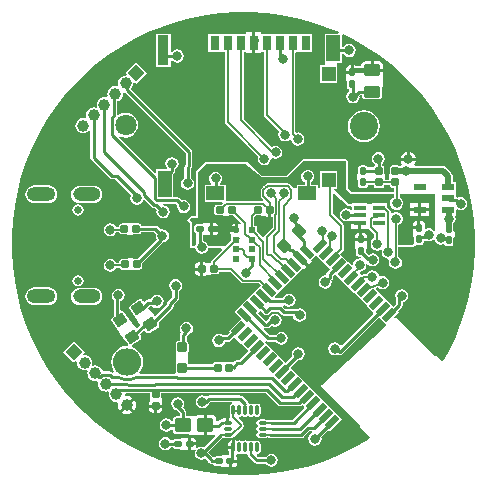
<source format=gtl>
G04*
G04 #@! TF.GenerationSoftware,Altium Limited,Altium Designer,21.0.8 (223)*
G04*
G04 Layer_Physical_Order=1*
G04 Layer_Color=255*
%FSLAX25Y25*%
%MOIN*%
G70*
G04*
G04 #@! TF.SameCoordinates,24BCDA9A-42F1-41D6-B0A9-C8EBA0504D6D*
G04*
G04*
G04 #@! TF.FilePolarity,Positive*
G04*
G01*
G75*
%ADD14C,0.01000*%
%ADD15C,0.00591*%
G04:AMPARAMS|DCode=16|XSize=23.62mil|YSize=23.62mil|CornerRadius=2.36mil|HoleSize=0mil|Usage=FLASHONLY|Rotation=270.000|XOffset=0mil|YOffset=0mil|HoleType=Round|Shape=RoundedRectangle|*
%AMROUNDEDRECTD16*
21,1,0.02362,0.01890,0,0,270.0*
21,1,0.01890,0.02362,0,0,270.0*
1,1,0.00472,-0.00945,-0.00945*
1,1,0.00472,-0.00945,0.00945*
1,1,0.00472,0.00945,0.00945*
1,1,0.00472,0.00945,-0.00945*
%
%ADD16ROUNDEDRECTD16*%
G04:AMPARAMS|DCode=17|XSize=47.24mil|YSize=53.15mil|CornerRadius=5.91mil|HoleSize=0mil|Usage=FLASHONLY|Rotation=270.000|XOffset=0mil|YOffset=0mil|HoleType=Round|Shape=RoundedRectangle|*
%AMROUNDEDRECTD17*
21,1,0.04724,0.04134,0,0,270.0*
21,1,0.03543,0.05315,0,0,270.0*
1,1,0.01181,-0.02067,-0.01772*
1,1,0.01181,-0.02067,0.01772*
1,1,0.01181,0.02067,0.01772*
1,1,0.01181,0.02067,-0.01772*
%
%ADD17ROUNDEDRECTD17*%
%ADD18R,0.03150X0.04882*%
%ADD19R,0.03740X0.09843*%
%ADD20R,0.04528X0.08661*%
%ADD21R,0.04567X0.04921*%
%ADD22R,0.04567X0.04724*%
%ADD23R,0.05906X0.04528*%
G04:AMPARAMS|DCode=24|XSize=47.24mil|YSize=18.9mil|CornerRadius=0mil|HoleSize=0mil|Usage=FLASHONLY|Rotation=225.000|XOffset=0mil|YOffset=0mil|HoleType=Round|Shape=Rectangle|*
%AMROTATEDRECTD24*
4,1,4,0.01002,0.02339,0.02339,0.01002,-0.01002,-0.02339,-0.02339,-0.01002,0.01002,0.02339,0.0*
%
%ADD24ROTATEDRECTD24*%

G04:AMPARAMS|DCode=25|XSize=47.24mil|YSize=18.9mil|CornerRadius=0mil|HoleSize=0mil|Usage=FLASHONLY|Rotation=315.000|XOffset=0mil|YOffset=0mil|HoleType=Round|Shape=Rectangle|*
%AMROTATEDRECTD25*
4,1,4,-0.02339,0.01002,-0.01002,0.02339,0.02339,-0.01002,0.01002,-0.02339,-0.02339,0.01002,0.0*
%
%ADD25ROTATEDRECTD25*%

%ADD26R,0.04331X0.02362*%
G04:AMPARAMS|DCode=27|XSize=19.68mil|YSize=23.62mil|CornerRadius=1.97mil|HoleSize=0mil|Usage=FLASHONLY|Rotation=0.000|XOffset=0mil|YOffset=0mil|HoleType=Round|Shape=RoundedRectangle|*
%AMROUNDEDRECTD27*
21,1,0.01968,0.01968,0,0,0.0*
21,1,0.01575,0.02362,0,0,0.0*
1,1,0.00394,0.00787,-0.00984*
1,1,0.00394,-0.00787,-0.00984*
1,1,0.00394,-0.00787,0.00984*
1,1,0.00394,0.00787,0.00984*
%
%ADD27ROUNDEDRECTD27*%
G04:AMPARAMS|DCode=28|XSize=19.68mil|YSize=23.62mil|CornerRadius=1.97mil|HoleSize=0mil|Usage=FLASHONLY|Rotation=270.000|XOffset=0mil|YOffset=0mil|HoleType=Round|Shape=RoundedRectangle|*
%AMROUNDEDRECTD28*
21,1,0.01968,0.01968,0,0,270.0*
21,1,0.01575,0.02362,0,0,270.0*
1,1,0.00394,-0.00984,-0.00787*
1,1,0.00394,-0.00984,0.00787*
1,1,0.00394,0.00984,0.00787*
1,1,0.00394,0.00984,-0.00787*
%
%ADD28ROUNDEDRECTD28*%
G04:AMPARAMS|DCode=29|XSize=55.12mil|YSize=39.37mil|CornerRadius=4.92mil|HoleSize=0mil|Usage=FLASHONLY|Rotation=0.000|XOffset=0mil|YOffset=0mil|HoleType=Round|Shape=RoundedRectangle|*
%AMROUNDEDRECTD29*
21,1,0.05512,0.02953,0,0,0.0*
21,1,0.04528,0.03937,0,0,0.0*
1,1,0.00984,0.02264,-0.01476*
1,1,0.00984,-0.02264,-0.01476*
1,1,0.00984,-0.02264,0.01476*
1,1,0.00984,0.02264,0.01476*
%
%ADD29ROUNDEDRECTD29*%
G04:AMPARAMS|DCode=30|XSize=23.62mil|YSize=23.62mil|CornerRadius=2.36mil|HoleSize=0mil|Usage=FLASHONLY|Rotation=180.000|XOffset=0mil|YOffset=0mil|HoleType=Round|Shape=RoundedRectangle|*
%AMROUNDEDRECTD30*
21,1,0.02362,0.01890,0,0,180.0*
21,1,0.01890,0.02362,0,0,180.0*
1,1,0.00472,-0.00945,0.00945*
1,1,0.00472,0.00945,0.00945*
1,1,0.00472,0.00945,-0.00945*
1,1,0.00472,-0.00945,-0.00945*
%
%ADD30ROUNDEDRECTD30*%
%ADD31O,0.01181X0.03347*%
%ADD32O,0.02854X0.01181*%
%ADD33R,0.02264X0.01921*%
G04:AMPARAMS|DCode=34|XSize=22.64mil|YSize=19.21mil|CornerRadius=0mil|HoleSize=0mil|Usage=FLASHONLY|Rotation=0.000|XOffset=0mil|YOffset=0mil|HoleType=Round|Shape=Octagon|*
%AMOCTAGOND34*
4,1,8,0.01132,-0.00480,0.01132,0.00480,0.00652,0.00961,-0.00652,0.00961,-0.01132,0.00480,-0.01132,-0.00480,-0.00652,-0.00961,0.00652,-0.00961,0.01132,-0.00480,0.0*
%
%ADD34OCTAGOND34*%

%ADD35R,0.03839X0.01772*%
G04:AMPARAMS|DCode=36|XSize=31.5mil|YSize=31.5mil|CornerRadius=3.94mil|HoleSize=0mil|Usage=FLASHONLY|Rotation=90.000|XOffset=0mil|YOffset=0mil|HoleType=Round|Shape=RoundedRectangle|*
%AMROUNDEDRECTD36*
21,1,0.03150,0.02362,0,0,90.0*
21,1,0.02362,0.03150,0,0,90.0*
1,1,0.00787,0.01181,0.01181*
1,1,0.00787,0.01181,-0.01181*
1,1,0.00787,-0.01181,-0.01181*
1,1,0.00787,-0.01181,0.01181*
%
%ADD36ROUNDEDRECTD36*%
G04:AMPARAMS|DCode=37|XSize=39.37mil|YSize=35.43mil|CornerRadius=4.43mil|HoleSize=0mil|Usage=FLASHONLY|Rotation=35.000|XOffset=0mil|YOffset=0mil|HoleType=Round|Shape=RoundedRectangle|*
%AMROUNDEDRECTD37*
21,1,0.03937,0.02657,0,0,35.0*
21,1,0.03051,0.03543,0,0,35.0*
1,1,0.00886,0.02012,-0.00213*
1,1,0.00886,-0.00488,-0.01964*
1,1,0.00886,-0.02012,0.00213*
1,1,0.00886,0.00488,0.01964*
%
%ADD37ROUNDEDRECTD37*%
G04:AMPARAMS|DCode=38|XSize=39.37mil|YSize=35.43mil|CornerRadius=4.43mil|HoleSize=0mil|Usage=FLASHONLY|Rotation=135.000|XOffset=0mil|YOffset=0mil|HoleType=Round|Shape=RoundedRectangle|*
%AMROUNDEDRECTD38*
21,1,0.03937,0.02657,0,0,135.0*
21,1,0.03051,0.03543,0,0,135.0*
1,1,0.00886,-0.00139,0.02018*
1,1,0.00886,0.02018,-0.00139*
1,1,0.00886,0.00139,-0.02018*
1,1,0.00886,-0.02018,0.00139*
%
%ADD38ROUNDEDRECTD38*%
%ADD73C,0.01575*%
%ADD74C,0.00709*%
%ADD75C,0.01968*%
%ADD76C,0.02362*%
%ADD77C,0.02480*%
%ADD78O,0.09118X0.04559*%
%ADD79O,0.09449X0.04724*%
%ADD80C,0.07087*%
%ADD81C,0.09449*%
%ADD82O,0.09449X0.09055*%
%ADD83C,0.03937*%
%ADD84P,0.05568X4X270.0*%
%ADD85P,0.05568X4X360.0*%
%ADD86C,0.03150*%
G36*
X585039Y254724D02*
X586909Y252854D01*
X601164D01*
Y251871D01*
X600840Y251737D01*
X600231Y251128D01*
X599902Y250332D01*
Y249471D01*
X600231Y248675D01*
X600840Y248066D01*
X601636Y247736D01*
X602498D01*
X603294Y248066D01*
X603903Y248675D01*
X604232Y249471D01*
Y250332D01*
X603903Y251128D01*
X603294Y251737D01*
X602970Y251871D01*
Y252854D01*
X614862D01*
Y240827D01*
X614769Y240773D01*
X614362Y240674D01*
X613839Y241197D01*
X613044Y241526D01*
X612182D01*
X611858Y241392D01*
X611358Y241726D01*
Y242717D01*
X611265Y243183D01*
X611001Y243579D01*
X610605Y243844D01*
X610138Y243937D01*
X609850D01*
Y241732D01*
X609350D01*
Y241232D01*
X607343D01*
Y240748D01*
X607382Y240551D01*
Y238976D01*
X607760Y238598D01*
Y236811D01*
X607817Y236524D01*
X607820Y236501D01*
X607541Y236024D01*
X602531D01*
Y242656D01*
X602998Y242849D01*
X603607Y243459D01*
X603937Y244254D01*
Y245116D01*
X603607Y245912D01*
X602998Y246521D01*
X602202Y246850D01*
X601341D01*
X600545Y246521D01*
X600532Y246508D01*
X600070Y246699D01*
Y246871D01*
X600001Y247217D01*
X599806Y247510D01*
X598842Y248473D01*
X598624Y248619D01*
Y249902D01*
X593604D01*
Y249902D01*
X593264Y249563D01*
X592222Y249567D01*
Y249902D01*
X587203D01*
Y249902D01*
X586889Y249589D01*
X586222Y249592D01*
X580931Y254126D01*
X581116Y254626D01*
X582165D01*
Y260531D01*
X576417D01*
Y254823D01*
X575748D01*
Y256004D01*
X573517D01*
Y256945D01*
X573631Y256992D01*
X574240Y257601D01*
X574570Y258397D01*
Y259259D01*
X574240Y260055D01*
X573631Y260664D01*
X572835Y260993D01*
X571974D01*
X571178Y260664D01*
X570569Y260055D01*
X570239Y259259D01*
Y258397D01*
X570569Y257601D01*
X571178Y256992D01*
X571293Y256945D01*
Y256004D01*
X568661D01*
Y254823D01*
X567633D01*
X567469Y255068D01*
X566288Y256249D01*
X566172Y256326D01*
X566063Y256413D01*
X566027Y256424D01*
X565995Y256445D01*
X565859Y256472D01*
X565725Y256510D01*
X564760Y256591D01*
X564553Y256608D01*
X564272Y256631D01*
Y256620D01*
X560039D01*
Y256631D01*
X559166Y256516D01*
X558352Y256179D01*
X557653Y255643D01*
X557528Y255480D01*
X557490Y255450D01*
X556894Y254758D01*
X556824Y254633D01*
X556744Y254515D01*
X556738Y254481D01*
X556721Y254451D01*
X556704Y254309D01*
X556676Y254169D01*
X556676Y253924D01*
Y252130D01*
X556744Y251785D01*
X556940Y251492D01*
X557324Y251108D01*
X557117Y250608D01*
X545118D01*
Y256004D01*
X543238D01*
X543031Y256504D01*
X543469Y256943D01*
X543799Y257739D01*
Y258600D01*
X543469Y259396D01*
X542860Y260005D01*
X542065Y260335D01*
X541203D01*
X540407Y260005D01*
X539798Y259396D01*
X539468Y258600D01*
Y257739D01*
X539798Y256943D01*
X540237Y256504D01*
X540030Y256004D01*
X538031D01*
Y250295D01*
X543739D01*
X543930Y249833D01*
X543522Y249426D01*
X542067D01*
X541744Y249361D01*
X541471Y249179D01*
X541288Y248905D01*
X541224Y248583D01*
Y246693D01*
X541288Y246370D01*
X541471Y246097D01*
X541744Y245914D01*
X542067Y245850D01*
X543957D01*
X544003Y245859D01*
X544193Y245669D01*
X545768D01*
X545958Y245859D01*
X546004Y245850D01*
X547459D01*
X550134Y243175D01*
X550130Y243154D01*
X549715Y242862D01*
X549063D01*
Y240902D01*
X548563D01*
Y240402D01*
X546431D01*
Y239921D01*
X546632Y239720D01*
X546840Y239303D01*
X546840D01*
X546840Y239303D01*
Y237503D01*
X544870Y235531D01*
X539210D01*
Y235631D01*
X538880Y236427D01*
X538271Y237036D01*
X537475Y237366D01*
X537391D01*
Y239325D01*
X537500Y239370D01*
X539075D01*
X539272Y239331D01*
X539756D01*
Y241339D01*
Y243346D01*
X539272D01*
X539075Y243307D01*
X537500D01*
X537122Y242929D01*
X535335D01*
X535027Y242868D01*
X534767Y242694D01*
X534593Y242433D01*
X534532Y242126D01*
Y240551D01*
X534593Y240244D01*
X534767Y239984D01*
X535027Y239809D01*
X535167Y239782D01*
Y236547D01*
X535167Y236547D01*
X535197Y236398D01*
X534879Y235631D01*
Y235531D01*
X533661D01*
Y243504D01*
X532874Y244291D01*
X533563Y244980D01*
X535630D01*
Y260335D01*
X538287Y262992D01*
X551575D01*
X556988Y258465D01*
X565453D01*
X570965Y263976D01*
X585039D01*
Y254724D01*
D02*
G37*
G36*
X558468Y313365D02*
X563483Y312704D01*
X568445Y311718D01*
X573332Y310408D01*
X578123Y308782D01*
X582672Y306898D01*
X582573Y306398D01*
X578031D01*
Y296563D01*
X578031Y296555D01*
X578013Y296063D01*
X576417D01*
Y289961D01*
X582165D01*
Y296055D01*
X582165Y296063D01*
X582184Y296555D01*
X583740D01*
Y299698D01*
X584278D01*
X584578Y299249D01*
X585294Y298771D01*
X586139Y298603D01*
X586984Y298771D01*
X587700Y299249D01*
X588179Y299966D01*
X588347Y300810D01*
X588179Y301655D01*
X587700Y302372D01*
X586984Y302850D01*
X586139Y303018D01*
X585294Y302850D01*
X584578Y302372D01*
X584278Y301922D01*
X583740D01*
Y305907D01*
X584165Y306171D01*
X587334Y304608D01*
X591716Y302079D01*
X595922Y299268D01*
X599936Y296188D01*
X603740Y292852D01*
X607317Y289275D01*
X610653Y285471D01*
X613732Y281458D01*
X616543Y277251D01*
X619073Y272870D01*
X621310Y268332D01*
X623246Y263658D01*
X624873Y258868D01*
X626182Y253981D01*
X627169Y249019D01*
X627829Y244003D01*
X628160Y238955D01*
Y236425D01*
Y233896D01*
X627829Y228847D01*
X627169Y223831D01*
X626182Y218869D01*
X624873Y213983D01*
X623246Y209192D01*
X621310Y204518D01*
X619073Y199981D01*
X617564Y197367D01*
X617068Y197302D01*
X615247Y199123D01*
X614886Y198787D01*
X614642Y198841D01*
X602017Y211466D01*
X601803Y211555D01*
X601594Y211653D01*
X601579Y211647D01*
X601565Y211653D01*
X601351Y211565D01*
X601258Y211531D01*
X600983Y211963D01*
X602593Y213573D01*
X602294Y213873D01*
X603620Y215198D01*
X603620Y215198D01*
X603861Y215559D01*
X603945Y215985D01*
Y216818D01*
X604522Y216933D01*
X605238Y217411D01*
X605717Y218128D01*
X605885Y218972D01*
X605717Y219817D01*
X605238Y220534D01*
X604522Y221012D01*
X603677Y221180D01*
X602832Y221012D01*
X602116Y220534D01*
X601637Y219817D01*
X601469Y218972D01*
X601637Y218128D01*
X601721Y218002D01*
Y216445D01*
X600721Y215445D01*
X598334Y217832D01*
X595043Y221124D01*
X595147Y221613D01*
X595788Y221860D01*
X596498Y221386D01*
X597342Y221217D01*
X598187Y221386D01*
X598904Y221864D01*
X599382Y222580D01*
X599550Y223425D01*
X599382Y224270D01*
X598904Y224986D01*
X598187Y225465D01*
X597342Y225633D01*
X596498Y225465D01*
X596025Y225750D01*
X595937Y226190D01*
X595459Y226906D01*
X594742Y227384D01*
X593898Y227552D01*
X593053Y227384D01*
X592337Y226906D01*
X591873Y226212D01*
X591226Y226201D01*
X591062Y226165D01*
X590897Y226132D01*
X590890Y226127D01*
X590882Y226126D01*
X590744Y226030D01*
X590604Y225936D01*
X590503Y225835D01*
X590082Y226085D01*
X589588Y226578D01*
X589591Y226630D01*
X589785Y227089D01*
X590460Y227223D01*
X591176Y227701D01*
X591655Y228418D01*
X591823Y229263D01*
X591767Y229542D01*
X592238Y229737D01*
X592435Y229443D01*
X593151Y228964D01*
X593996Y228796D01*
X594841Y228964D01*
X595557Y229443D01*
X596036Y230159D01*
X596204Y231004D01*
X596036Y231849D01*
X595557Y232565D01*
X594841Y233044D01*
X593996Y233212D01*
X593151Y233044D01*
X592611Y232682D01*
X591649Y233644D01*
Y234661D01*
X592028Y235039D01*
Y236614D01*
X592067Y236811D01*
Y237295D01*
X588051D01*
Y236811D01*
X588091Y236614D01*
Y235039D01*
X588469Y234661D01*
Y232874D01*
X588530Y232567D01*
X588704Y232306D01*
X588964Y232132D01*
X589272Y232071D01*
X589860D01*
X589976Y231908D01*
X589683Y231457D01*
X589615Y231470D01*
X588770Y231302D01*
X588054Y230824D01*
X587575Y230107D01*
X587441Y229433D01*
X586944Y229222D01*
X585807Y230360D01*
X583189Y232978D01*
X584202Y233990D01*
X584397Y234283D01*
X584466Y234629D01*
Y242387D01*
X584466Y242387D01*
X584397Y242732D01*
X584202Y243025D01*
X584202Y243025D01*
X580739Y246488D01*
Y252850D01*
X581194Y253059D01*
X585806Y249107D01*
X586016Y249038D01*
X586219Y248953D01*
X586887Y248950D01*
X586894Y248942D01*
X587203Y248539D01*
Y247909D01*
X587045Y247798D01*
X586703Y247687D01*
X586081Y248103D01*
X585236Y248271D01*
X584391Y248103D01*
X583675Y247624D01*
X583196Y246908D01*
X583028Y246063D01*
X583196Y245218D01*
X583675Y244502D01*
X584391Y244023D01*
X585236Y243855D01*
X586081Y244023D01*
X586352Y244204D01*
X586793Y243969D01*
Y243807D01*
X589713D01*
Y243307D01*
X590213D01*
Y241421D01*
X592632D01*
X592995Y241091D01*
X594569Y239517D01*
Y238320D01*
X593911Y237880D01*
X593433Y237164D01*
X593265Y236319D01*
X593433Y235474D01*
X593911Y234758D01*
X594628Y234279D01*
X595472Y234111D01*
X596317Y234279D01*
X596637Y234493D01*
X597087Y234192D01*
X596959Y233551D01*
X597127Y232706D01*
X597606Y231989D01*
X598322Y231511D01*
X599167Y231343D01*
X599201Y231349D01*
X599517Y230903D01*
X599374Y230184D01*
X599543Y229339D01*
X600021Y228623D01*
X600737Y228144D01*
X601582Y227976D01*
X602427Y228144D01*
X603143Y228623D01*
X603622Y229339D01*
X603790Y230184D01*
X603622Y231029D01*
X603143Y231745D01*
X602531Y232154D01*
Y235384D01*
X607541D01*
X607619Y235417D01*
X607703Y235405D01*
X607837Y235507D01*
X607993Y235572D01*
X608025Y235650D01*
X608093Y235701D01*
X608302Y236060D01*
X608563Y236008D01*
X610138D01*
X610445Y236069D01*
X610706Y236243D01*
X610880Y236504D01*
X610941Y236811D01*
Y237365D01*
X611566D01*
X611566Y237364D01*
X611672Y237386D01*
X611768Y237321D01*
X612613Y237153D01*
X613458Y237321D01*
X614111Y237758D01*
X614416Y237704D01*
X614650Y237612D01*
X614693Y237399D01*
X615171Y236683D01*
X615887Y236204D01*
X616732Y236036D01*
X617266Y236142D01*
X617601Y236187D01*
X617936Y235948D01*
X618197Y235774D01*
X618504Y235713D01*
X620079D01*
X620386Y235774D01*
X620646Y235948D01*
X620821Y236209D01*
X620882Y236516D01*
Y238303D01*
X621260Y238681D01*
Y240256D01*
X620882Y240634D01*
Y241359D01*
X620897Y241437D01*
Y243186D01*
X620951Y243222D01*
X621429Y243939D01*
X621597Y244783D01*
X621462Y245465D01*
X621760Y245965D01*
X621850D01*
Y247637D01*
X622291Y247872D01*
X622478Y247747D01*
X623323Y247580D01*
X624168Y247747D01*
X624884Y248226D01*
X625363Y248942D01*
X625531Y249787D01*
X625363Y250632D01*
X624884Y251348D01*
X624168Y251827D01*
X623323Y251995D01*
X622478Y251827D01*
X622315Y251718D01*
X622159Y251823D01*
X621850Y251884D01*
Y253248D01*
X621850D01*
Y253445D01*
X621850D01*
Y256988D01*
X620700D01*
Y258985D01*
X620578Y259599D01*
X620230Y260120D01*
X620230Y260120D01*
X618486Y261864D01*
X617965Y262212D01*
X617351Y262334D01*
X617351Y262334D01*
X608029D01*
X607784Y262834D01*
X608048Y263178D01*
X608308Y263804D01*
X608330Y263976D01*
X603268D01*
X603291Y263804D01*
X603550Y263178D01*
X603665Y263029D01*
X603553Y262353D01*
X603525Y262334D01*
X602920D01*
X602744Y262452D01*
X602421Y262516D01*
X601353D01*
X601279Y262531D01*
X601206Y262516D01*
X600531D01*
X600209Y262452D01*
X599935Y262269D01*
X599753Y261996D01*
X599688Y261673D01*
Y260999D01*
X599674Y260925D01*
X599688Y260852D01*
Y259784D01*
X599698Y259737D01*
X599508Y259547D01*
Y257972D01*
X599123Y257695D01*
X598416D01*
X598032Y257972D01*
Y259547D01*
X597842Y259737D01*
X597851Y259784D01*
Y261673D01*
X597787Y261996D01*
X597604Y262269D01*
X597331Y262452D01*
X597175Y262483D01*
Y263034D01*
X597427Y263203D01*
X597906Y263919D01*
X598074Y264764D01*
X597906Y265609D01*
X597427Y266325D01*
X596711Y266804D01*
X595866Y266971D01*
X595021Y266804D01*
X594305Y266325D01*
X593826Y265609D01*
X593658Y264764D01*
X593826Y263919D01*
X594305Y263203D01*
X594696Y262941D01*
X594724Y262802D01*
X594662Y262363D01*
X594522Y262269D01*
X594339Y261996D01*
X594308Y261840D01*
X592313D01*
X592277Y262020D01*
X592103Y262280D01*
X591843Y262454D01*
X591535Y262515D01*
X589961D01*
X589653Y262454D01*
X589393Y262280D01*
X589219Y262020D01*
X589158Y261713D01*
Y259926D01*
X588779Y259547D01*
Y257972D01*
X589158Y257594D01*
Y255807D01*
X589219Y255500D01*
X589393Y255239D01*
X589653Y255065D01*
X589961Y255004D01*
X591535D01*
X591843Y255065D01*
X592103Y255239D01*
X592277Y255500D01*
X592338Y255807D01*
Y255888D01*
X594275D01*
Y255847D01*
X594339Y255524D01*
X594522Y255250D01*
X594796Y255068D01*
X595118Y255003D01*
X597008D01*
X597331Y255068D01*
X597604Y255250D01*
X597787Y255524D01*
X597851Y255847D01*
Y255888D01*
X599688D01*
Y255847D01*
X599753Y255524D01*
X599935Y255250D01*
X600209Y255068D01*
X600531Y255003D01*
X601164D01*
Y253493D01*
X587174D01*
X585679Y254989D01*
Y263976D01*
X585491Y264428D01*
X585039Y264616D01*
X570965D01*
X570513Y264428D01*
X565188Y259104D01*
X557220D01*
X551985Y263482D01*
X551777Y263548D01*
X551575Y263631D01*
X538287D01*
X537835Y263444D01*
X535178Y260787D01*
X534991Y260335D01*
Y245620D01*
X533563D01*
X533111Y245432D01*
X532422Y244743D01*
X532235Y244291D01*
X532422Y243839D01*
X533022Y243239D01*
Y235531D01*
X533209Y235080D01*
X533661Y234892D01*
X534879D01*
X534900Y234881D01*
X535005Y234355D01*
X535483Y233639D01*
X536200Y233161D01*
X537044Y232993D01*
X537889Y233161D01*
X538605Y233639D01*
X539084Y234355D01*
X539189Y234881D01*
X539210Y234892D01*
X543577D01*
X543768Y234430D01*
X540306Y230968D01*
X540110Y230675D01*
X540042Y230329D01*
Y230306D01*
X539764Y229921D01*
X538646D01*
X538435Y230062D01*
X537953Y230158D01*
X537508D01*
Y227953D01*
Y225747D01*
X537953D01*
X538435Y225843D01*
X538646Y225984D01*
X539764D01*
X539954Y226174D01*
X540000Y226165D01*
X541890D01*
X542212Y226229D01*
X542486Y226412D01*
X542669Y226685D01*
X542733Y227008D01*
Y227050D01*
X546528D01*
X550114Y223464D01*
X550407Y223268D01*
X550752Y223199D01*
X556056D01*
X556744Y222511D01*
X554210Y219976D01*
X552122Y217888D01*
X550034Y215800D01*
X547946Y213712D01*
X549859Y211799D01*
X550173Y211430D01*
X545997Y207254D01*
X546312Y206939D01*
X545281Y205909D01*
X543993D01*
X543586Y206181D01*
X542741Y206349D01*
X541896Y206181D01*
X541180Y205702D01*
X540701Y204986D01*
X540533Y204141D01*
X540701Y203296D01*
X541180Y202580D01*
X541896Y202101D01*
X542741Y201933D01*
X543586Y202101D01*
X544302Y202580D01*
X544781Y203296D01*
X544858Y203685D01*
X545742D01*
X545742Y203685D01*
X546167Y203770D01*
X546528Y204011D01*
X547614Y205096D01*
X548238Y205013D01*
X550173Y203078D01*
X552344Y200906D01*
X552296Y200426D01*
X549548Y197679D01*
X548862D01*
X548862Y197679D01*
X548437Y197594D01*
X548076Y197353D01*
X547519Y196796D01*
X547480Y196822D01*
X547157Y196886D01*
X545268D01*
X545221Y196877D01*
X545031Y197067D01*
X543457D01*
X543267Y196877D01*
X543221Y196886D01*
X541331D01*
X541008Y196822D01*
X540735Y196639D01*
X540552Y196366D01*
X540521Y196210D01*
X532637D01*
Y196280D01*
X532561Y196664D01*
X532421Y196873D01*
Y200017D01*
X532561Y200226D01*
X532637Y200610D01*
Y202972D01*
X532561Y203357D01*
X532343Y203682D01*
X532018Y203900D01*
X531924Y203918D01*
Y205549D01*
X532448Y206072D01*
X532735Y206130D01*
X533451Y206608D01*
X533929Y207324D01*
X534097Y208169D01*
X533929Y209014D01*
X533451Y209730D01*
X532735Y210209D01*
X531890Y210377D01*
X531045Y210209D01*
X530329Y209730D01*
X529850Y209014D01*
X529682Y208169D01*
X529850Y207324D01*
X530132Y206902D01*
X530026Y206795D01*
X529785Y206435D01*
X529700Y206009D01*
X529700Y206009D01*
Y203976D01*
X529272D01*
X528888Y203900D01*
X528562Y203682D01*
X528344Y203357D01*
X528268Y202972D01*
Y200610D01*
X528344Y200226D01*
X528484Y200017D01*
Y196873D01*
X528344Y196664D01*
X528268Y196280D01*
Y193917D01*
X528344Y193533D01*
X528072Y193041D01*
X516437D01*
X516191Y193541D01*
X516749Y194268D01*
X517284Y195561D01*
X517467Y196949D01*
X517284Y198336D01*
X516749Y199629D01*
X515897Y200740D01*
X514787Y201591D01*
X513760Y202017D01*
X513754Y202560D01*
X513847Y202601D01*
X516347Y204351D01*
X516631Y204648D01*
X516780Y205032D01*
X516771Y205443D01*
X516606Y205819D01*
X516378Y206144D01*
X517592Y207358D01*
X518090Y207315D01*
X518384Y206896D01*
X518681Y206611D01*
X519064Y206462D01*
X519475Y206471D01*
X519851Y206637D01*
X522351Y208387D01*
X522635Y208684D01*
X522784Y209067D01*
X522775Y209478D01*
X522609Y209855D01*
X522463Y210064D01*
X527263Y214863D01*
X527504Y215224D01*
X527588Y215650D01*
X527588Y215650D01*
Y215976D01*
X529133Y217521D01*
X529133Y217521D01*
X529374Y217882D01*
X529458Y218307D01*
Y220580D01*
X529908Y220880D01*
X530386Y221596D01*
X530554Y222441D01*
X530386Y223286D01*
X529908Y224002D01*
X529191Y224481D01*
X528346Y224649D01*
X527502Y224481D01*
X526785Y224002D01*
X526307Y223286D01*
X526139Y222441D01*
X526307Y221596D01*
X526785Y220880D01*
X527235Y220580D01*
Y218768D01*
X525690Y217223D01*
X525449Y216863D01*
X525364Y216437D01*
X525364Y216437D01*
Y216110D01*
X521426Y212172D01*
X520961Y212414D01*
X520976Y212495D01*
X519169Y215075D01*
X519161Y215100D01*
X519664Y215603D01*
X520461D01*
X520486Y215565D01*
X521202Y215086D01*
X522047Y214918D01*
X522892Y215086D01*
X523608Y215565D01*
X524087Y216281D01*
X524255Y217126D01*
X524087Y217971D01*
X523608Y218687D01*
X522892Y219166D01*
X522047Y219334D01*
X521202Y219166D01*
X520486Y218687D01*
X520008Y217971D01*
X519979Y217827D01*
X519203D01*
X519203Y217827D01*
X518778Y217742D01*
X518417Y217501D01*
X518009Y217093D01*
X517511Y217136D01*
X517246Y217514D01*
X516949Y217798D01*
X516566Y217947D01*
X516155Y217938D01*
X515779Y217773D01*
X513279Y216022D01*
X512995Y215725D01*
X512846Y215342D01*
X512855Y214931D01*
X513021Y214555D01*
X514545Y212378D01*
X514708Y212222D01*
X514654Y211914D01*
X516445Y209356D01*
X515464Y208375D01*
X514918Y208537D01*
X513165Y211040D01*
X512858Y211094D01*
X512767Y211301D01*
X511242Y213478D01*
X510945Y213763D01*
X510562Y213912D01*
X510372Y213908D01*
X509872Y214284D01*
Y217128D01*
X509998Y217153D01*
X510715Y217632D01*
X511193Y218348D01*
X511361Y219193D01*
X511193Y220038D01*
X510715Y220754D01*
X509998Y221233D01*
X509154Y221401D01*
X508309Y221233D01*
X507592Y220754D01*
X507114Y220038D01*
X506946Y219193D01*
X507114Y218348D01*
X507592Y217632D01*
X507648Y217595D01*
Y212248D01*
X507275Y211987D01*
X506991Y211690D01*
X506842Y211307D01*
X506851Y210896D01*
X507017Y210520D01*
X508541Y208343D01*
X508705Y208186D01*
X508650Y207879D01*
X510457Y205299D01*
X510764Y205244D01*
X510855Y205037D01*
X512380Y202860D01*
X512479Y202765D01*
X512252Y202291D01*
X512106Y202310D01*
X510719Y202127D01*
X509426Y201591D01*
X508316Y200740D01*
X507464Y199629D01*
X506928Y198336D01*
X506745Y196949D01*
X506928Y195561D01*
X507464Y194268D01*
X507804Y193825D01*
X507583Y193291D01*
X507327Y193257D01*
X507065Y193518D01*
X506705Y193760D01*
X506279Y193844D01*
X506279Y193844D01*
X503974D01*
X503969Y193877D01*
X503712Y194499D01*
X503301Y195034D01*
X502767Y195444D01*
X502144Y195702D01*
X501476Y195790D01*
X500808Y195702D01*
X500434Y196076D01*
X500522Y196744D01*
X500434Y197412D01*
X500176Y198035D01*
X499766Y198569D01*
X499231Y198979D01*
X498609Y199237D01*
X497941Y199325D01*
X497752Y199301D01*
X497519Y199774D01*
X498024Y200280D01*
X494405Y203899D01*
X490786Y200280D01*
X494405Y196661D01*
X494911Y197166D01*
X495385Y196933D01*
X495360Y196744D01*
X495448Y196076D01*
X495706Y195454D01*
X496116Y194919D01*
X496650Y194509D01*
X497273Y194251D01*
X497941Y194163D01*
X498609Y194251D01*
X498983Y193877D01*
X498895Y193209D01*
X498983Y192541D01*
X499241Y191918D01*
X499651Y191384D01*
X500186Y190973D01*
X500808Y190716D01*
X501476Y190628D01*
X502144Y190716D01*
X502519Y190341D01*
X502431Y189673D01*
X502519Y189005D01*
X502777Y188383D01*
X503187Y187848D01*
X503721Y187438D01*
X504344Y187180D01*
X505012Y187092D01*
X505680Y187180D01*
X506054Y186806D01*
X505966Y186138D01*
X506054Y185470D01*
X506312Y184847D01*
X506722Y184312D01*
X507257Y183902D01*
X507879Y183644D01*
X508547Y183556D01*
X508734Y183581D01*
X508813Y183546D01*
X509159Y183133D01*
X509089Y182602D01*
X509191Y181827D01*
X509490Y181105D01*
X509659Y180885D01*
X511729Y182956D01*
X513800Y185026D01*
X513580Y185195D01*
X512858Y185494D01*
X512083Y185596D01*
X511723Y185549D01*
X511287Y185907D01*
X511272Y186118D01*
X511663Y186543D01*
X519866D01*
Y185276D01*
X519875Y185229D01*
X519685Y185039D01*
Y183922D01*
X519544Y183711D01*
X519448Y183228D01*
Y182783D01*
X521654D01*
X523859D01*
Y183228D01*
X523763Y183711D01*
X523622Y183922D01*
Y185039D01*
X523432Y185229D01*
X523441Y185276D01*
Y186543D01*
X558259D01*
X562309Y182493D01*
X562670Y182252D01*
X563095Y182168D01*
X563095Y182168D01*
X569499D01*
X569499Y182168D01*
X569925Y182252D01*
X570285Y182493D01*
X570757D01*
X571136Y182115D01*
X571087Y181635D01*
X567237Y177785D01*
X559976D01*
X559550Y177700D01*
X559365Y177576D01*
X558894D01*
X558581Y177786D01*
X558120Y177877D01*
X556447D01*
X555986Y177786D01*
X555595Y177525D01*
X555334Y177134D01*
X555243Y176673D01*
X555334Y176212D01*
X555595Y175822D01*
Y175556D01*
X555334Y175166D01*
X555243Y174705D01*
X555334Y174244D01*
X555595Y173853D01*
Y173588D01*
X555334Y173197D01*
X555243Y172736D01*
X555334Y172275D01*
X555595Y171885D01*
X555986Y171624D01*
X556447Y171532D01*
X558120D01*
X558581Y171624D01*
X558894Y171833D01*
X559231D01*
X559417Y171709D01*
X559842Y171624D01*
X570186D01*
X570186Y171624D01*
X570611Y171709D01*
X570972Y171950D01*
X572812Y173790D01*
X573703D01*
X573723Y173738D01*
X573786Y173290D01*
X573161Y172872D01*
X572683Y172156D01*
X572514Y171311D01*
X572683Y170466D01*
X573161Y169750D01*
X573877Y169272D01*
X574722Y169104D01*
X575567Y169272D01*
X576283Y169750D01*
X576762Y170466D01*
X576930Y171311D01*
X576824Y171844D01*
X579116Y174135D01*
X579487Y173764D01*
X583663Y177939D01*
X581575Y180027D01*
X579404Y182199D01*
X577316Y184287D01*
X575228Y186375D01*
X573140Y188462D01*
X571136Y190467D01*
X568964Y192638D01*
X566496Y195106D01*
X568937Y197548D01*
X569193Y197497D01*
X570038Y197665D01*
X570754Y198144D01*
X571233Y198860D01*
X571401Y199705D01*
X571233Y200550D01*
X570754Y201266D01*
X570038Y201744D01*
X569193Y201912D01*
X568348Y201744D01*
X567632Y201266D01*
X567153Y200550D01*
X566985Y199705D01*
X567145Y198901D01*
X564923Y196679D01*
X564788Y196814D01*
X562700Y198902D01*
X560696Y200906D01*
X558034Y203568D01*
X558353Y203957D01*
X558556Y203821D01*
X558981Y203737D01*
X558981Y203737D01*
X561665D01*
X561965Y203287D01*
X562681Y202809D01*
X563526Y202641D01*
X564371Y202809D01*
X565088Y203287D01*
X565566Y204004D01*
X565734Y204849D01*
X565566Y205693D01*
X565088Y206410D01*
X564371Y206888D01*
X563526Y207056D01*
X562681Y206888D01*
X561965Y206410D01*
X561665Y205960D01*
X559442D01*
X557609Y207793D01*
X557855Y208254D01*
X558007Y208224D01*
X558834D01*
X558834Y208224D01*
X559259Y208308D01*
X559620Y208549D01*
X560158Y209088D01*
X560575Y208810D01*
X561420Y208642D01*
X562264Y208810D01*
X562981Y209288D01*
X563459Y210004D01*
X563627Y210849D01*
X563459Y211694D01*
X562981Y212411D01*
X562264Y212889D01*
X561420Y213057D01*
X560575Y212889D01*
X559858Y212411D01*
X559380Y211694D01*
X559320Y211395D01*
X558420Y210495D01*
X555750Y213165D01*
X556597Y214012D01*
X557761Y212848D01*
X558122Y212607D01*
X558547Y212522D01*
X558973Y212607D01*
X559334Y212848D01*
X559334Y212848D01*
X560223Y213738D01*
X562616D01*
X563608Y212745D01*
X563969Y212504D01*
X564394Y212420D01*
X564394Y212420D01*
X567429D01*
X567562Y211750D01*
X568041Y211033D01*
X568757Y210555D01*
X569602Y210387D01*
X570447Y210555D01*
X571163Y211033D01*
X571642Y211750D01*
X571810Y212595D01*
X571642Y213439D01*
X571163Y214156D01*
X570447Y214634D01*
X569602Y214802D01*
X568757Y214634D01*
X568747Y214627D01*
X568665Y214643D01*
X568665Y214643D01*
X564855D01*
X564109Y215389D01*
X564263Y215914D01*
X564277Y215928D01*
X564544Y215935D01*
X565206Y215492D01*
X566051Y215324D01*
X566896Y215492D01*
X567612Y215970D01*
X568091Y216687D01*
X568259Y217531D01*
X568091Y218376D01*
X567612Y219093D01*
X566896Y219571D01*
X566051Y219739D01*
X565206Y219571D01*
X564490Y219093D01*
X564011Y218376D01*
X563998Y218307D01*
X561546D01*
X561354Y218769D01*
X562561Y219976D01*
X564733Y222147D01*
X566737Y224152D01*
X568825Y226240D01*
X570623Y228038D01*
X570913Y227749D01*
X571935Y228770D01*
X569557Y231148D01*
X570264Y231855D01*
X572642Y229478D01*
X573663Y230499D01*
X573374Y230789D01*
X575172Y232587D01*
X575542Y232273D01*
X577455Y230360D01*
X579842Y227973D01*
X578818Y226948D01*
X578577Y226587D01*
X578492Y226162D01*
X578215Y225883D01*
X578150Y225830D01*
X577305Y225662D01*
X576588Y225183D01*
X576110Y224467D01*
X575942Y223622D01*
X576110Y222777D01*
X576588Y222061D01*
X577305Y221582D01*
X578150Y221414D01*
X578995Y221582D01*
X579711Y222061D01*
X580189Y222777D01*
X580357Y223622D01*
X580252Y224152D01*
X580390Y224290D01*
X580390Y224290D01*
X580631Y224651D01*
X580716Y225076D01*
Y225701D01*
X581415Y226400D01*
X583802Y224013D01*
X585807Y222008D01*
X587894Y219920D01*
X589982Y217832D01*
X592070Y215745D01*
X594105Y213710D01*
X594195Y213092D01*
X583619Y202517D01*
X583122Y202566D01*
X582897Y202902D01*
X582181Y203381D01*
X581336Y203549D01*
X580491Y203381D01*
X579775Y202902D01*
X579296Y202186D01*
X579129Y201341D01*
X579296Y200496D01*
X579775Y199780D01*
X580491Y199301D01*
X581336Y199133D01*
X582181Y199301D01*
X582488Y199506D01*
X582665Y199388D01*
X583090Y199303D01*
X583516Y199388D01*
X583877Y199629D01*
X595767Y211519D01*
X596253Y211490D01*
X596385Y211430D01*
X598270Y209545D01*
X598338Y208930D01*
X576969Y189395D01*
X576962Y189381D01*
X576948Y189375D01*
X576860Y189162D01*
X576761Y188952D01*
X576767Y188938D01*
X576761Y188924D01*
X576849Y188710D01*
X576928Y188492D01*
X576942Y188486D01*
X576948Y188472D01*
X589717Y175703D01*
X589712Y175445D01*
Y175445D01*
X593038Y172120D01*
X592989Y171622D01*
X591716Y170772D01*
X587334Y168242D01*
X582797Y166005D01*
X578123Y164068D01*
X573332Y162442D01*
X568445Y161133D01*
X563483Y160146D01*
X558468Y159485D01*
X553419Y159155D01*
X548360D01*
X543312Y159485D01*
X538296Y160146D01*
X533334Y161133D01*
X528447Y162442D01*
X523657Y164068D01*
X518983Y166005D01*
X514445Y168242D01*
X510064Y170772D01*
X505857Y173582D01*
X501844Y176662D01*
X498040Y179998D01*
X494462Y183575D01*
X491127Y187379D01*
X488047Y191393D01*
X485236Y195599D01*
X482707Y199981D01*
X480469Y204518D01*
X478533Y209192D01*
X476907Y213983D01*
X475597Y218869D01*
X474610Y223831D01*
X473950Y228847D01*
X473619Y233896D01*
Y236425D01*
Y238955D01*
X473950Y244003D01*
X474610Y249019D01*
X475597Y253981D01*
X476907Y258868D01*
X478533Y263658D01*
X480469Y268332D01*
X482707Y272870D01*
X485236Y277251D01*
X488047Y281458D01*
X491127Y285471D01*
X494462Y289275D01*
X498040Y292852D01*
X501844Y296188D01*
X505857Y299268D01*
X510064Y302079D01*
X514445Y304608D01*
X518983Y306846D01*
X523657Y308782D01*
X528447Y310408D01*
X533334Y311718D01*
X538296Y312704D01*
X543312Y313365D01*
X548360Y313696D01*
X553419D01*
X558468Y313365D01*
D02*
G37*
G36*
X560146Y245432D02*
X560591D01*
X560613Y245414D01*
Y241814D01*
X558121Y239323D01*
X557925Y239030D01*
X557878Y238790D01*
X557413Y238548D01*
X555309Y240652D01*
Y242453D01*
X554490D01*
Y245142D01*
X555198Y245850D01*
X556653D01*
X556700Y245859D01*
X556890Y245669D01*
X558008D01*
X558218Y245528D01*
X558701Y245432D01*
X559146D01*
Y247638D01*
X560146D01*
Y245432D01*
D02*
G37*
%LPC*%
G36*
X612811Y249917D02*
X610146D01*
Y248236D01*
X612811D01*
Y249917D01*
D02*
G37*
G36*
X609146D02*
X606480D01*
Y248236D01*
X609146D01*
Y249917D01*
D02*
G37*
G36*
X612811Y247236D02*
X610146D01*
Y245555D01*
X612811D01*
Y247236D01*
D02*
G37*
G36*
X609146D02*
X606480D01*
Y245555D01*
X609146D01*
Y247236D01*
D02*
G37*
G36*
X608850Y243937D02*
X608563D01*
X608096Y243844D01*
X607700Y243579D01*
X607436Y243183D01*
X607343Y242717D01*
Y242232D01*
X608850D01*
Y243937D01*
D02*
G37*
G36*
X541240Y243346D02*
X540756D01*
Y241839D01*
X542460D01*
Y242126D01*
X542368Y242593D01*
X542103Y242989D01*
X541707Y243253D01*
X541240Y243346D01*
D02*
G37*
G36*
X548063Y242862D02*
X547411D01*
X546431Y241882D01*
Y241402D01*
X548063D01*
Y242862D01*
D02*
G37*
G36*
X542460Y240839D02*
X540756D01*
Y239331D01*
X541240D01*
X541707Y239424D01*
X542103Y239688D01*
X542368Y240084D01*
X542460Y240551D01*
Y240839D01*
D02*
G37*
G36*
X553831Y306807D02*
X551756D01*
Y306398D01*
X544004D01*
X543504Y306398D01*
X543004Y306398D01*
X539173D01*
Y300335D01*
X543004D01*
X543504Y300335D01*
X544004Y300335D01*
X544766D01*
Y276969D01*
X544835Y276623D01*
X545031Y276330D01*
X555821Y265540D01*
X555666Y264764D01*
X555834Y263919D01*
X556313Y263203D01*
X557029Y262724D01*
X557874Y262556D01*
X558719Y262724D01*
X559435Y263203D01*
X559914Y263919D01*
X560062Y264663D01*
X560366Y264864D01*
X560558Y264932D01*
X560769Y264791D01*
X561614Y264623D01*
X562459Y264791D01*
X563175Y265270D01*
X563654Y265986D01*
X563822Y266831D01*
X563654Y267676D01*
X563175Y268392D01*
X562459Y268870D01*
X561614Y269039D01*
X560769Y268870D01*
X560347Y268588D01*
X551100Y277835D01*
Y300335D01*
X551756D01*
Y299925D01*
X553831D01*
Y303366D01*
Y306807D01*
D02*
G37*
G36*
X556906D02*
X554831D01*
Y303366D01*
Y299925D01*
X556906D01*
Y300335D01*
X557758D01*
Y279331D01*
X557827Y278985D01*
X558023Y278692D01*
X562888Y273827D01*
X562724Y273581D01*
X562556Y272736D01*
X562724Y271891D01*
X563203Y271175D01*
X563919Y270696D01*
X564764Y270529D01*
X565609Y270696D01*
X566325Y271175D01*
X566833Y271035D01*
X566956Y270415D01*
X567435Y269699D01*
X568151Y269220D01*
X568996Y269052D01*
X569841Y269220D01*
X570557Y269699D01*
X571036Y270415D01*
X571204Y271260D01*
X571036Y272105D01*
X570557Y272821D01*
X569841Y273300D01*
X568996Y273468D01*
X568612Y273391D01*
X568226Y273709D01*
Y299981D01*
X568580Y300335D01*
X569488Y300335D01*
X569988Y300335D01*
X573819D01*
Y306398D01*
X569988D01*
X569488Y306398D01*
X568988Y306398D01*
X565658D01*
X565158Y306398D01*
X564657Y306398D01*
X561327D01*
X560827Y306398D01*
X560327Y306398D01*
X556906D01*
Y306807D01*
D02*
G37*
G36*
X526693Y306398D02*
X521772D01*
Y295374D01*
X526693D01*
Y297388D01*
X527193Y297539D01*
X527314Y297358D01*
X528030Y296880D01*
X528875Y296712D01*
X529720Y296880D01*
X530436Y297358D01*
X530915Y298074D01*
X531083Y298919D01*
X530915Y299764D01*
X530436Y300481D01*
X529720Y300959D01*
X528875Y301127D01*
X528030Y300959D01*
X527314Y300481D01*
X527193Y300299D01*
X526693Y300451D01*
Y306398D01*
D02*
G37*
G36*
X593299Y297191D02*
X591535D01*
X590953Y297075D01*
X590460Y296745D01*
X590130Y296252D01*
X590014Y295669D01*
Y295598D01*
X588534D01*
X588361Y295714D01*
X587894Y295807D01*
X587606D01*
Y293602D01*
X587106D01*
Y293102D01*
X585099D01*
Y292618D01*
X585138Y292421D01*
Y290846D01*
X585516Y290468D01*
Y288681D01*
X585577Y288374D01*
X585751Y288113D01*
X586012Y287939D01*
X586151Y287912D01*
Y287115D01*
X585858Y286919D01*
X585379Y286203D01*
X585211Y285358D01*
X585379Y284513D01*
X585858Y283797D01*
X586574Y283318D01*
X587419Y283150D01*
X588264Y283318D01*
X588980Y283797D01*
X589458Y284513D01*
X589627Y285358D01*
X589583Y285574D01*
X589931Y285922D01*
X590431Y285820D01*
Y285630D01*
X590516Y285208D01*
X590755Y284849D01*
X591113Y284610D01*
X591535Y284526D01*
X596063D01*
X596485Y284610D01*
X596843Y284849D01*
X597083Y285208D01*
X597167Y285630D01*
Y288583D01*
X597163Y288600D01*
X597342Y288779D01*
Y291946D01*
X597469Y292134D01*
X597584Y292717D01*
Y293693D01*
X593799D01*
Y294193D01*
X593299D01*
Y297191D01*
D02*
G37*
G36*
X596063D02*
X594299D01*
Y294693D01*
X597584D01*
Y295669D01*
X597469Y296252D01*
X597139Y296745D01*
X596645Y297075D01*
X596063Y297191D01*
D02*
G37*
G36*
X586606Y295807D02*
X586319D01*
X585852Y295714D01*
X585456Y295449D01*
X585191Y295054D01*
X585099Y294587D01*
Y294102D01*
X586606D01*
Y295807D01*
D02*
G37*
G36*
X515169Y297001D02*
X511551Y293382D01*
X512056Y292876D01*
X511823Y292403D01*
X511634Y292428D01*
X510966Y292340D01*
X510343Y292082D01*
X509809Y291672D01*
X509399Y291137D01*
X509141Y290515D01*
X509053Y289847D01*
X509141Y289178D01*
X508767Y288804D01*
X508098Y288892D01*
X507430Y288804D01*
X506808Y288546D01*
X506273Y288136D01*
X505863Y287602D01*
X505605Y286979D01*
X505517Y286311D01*
X505605Y285643D01*
X505231Y285269D01*
X504563Y285357D01*
X503895Y285269D01*
X503272Y285011D01*
X502738Y284601D01*
X502328Y284066D01*
X502070Y283443D01*
X501982Y282775D01*
X502070Y282107D01*
X501695Y281733D01*
X501027Y281821D01*
X500359Y281733D01*
X499737Y281475D01*
X499202Y281065D01*
X498792Y280531D01*
X498534Y279908D01*
X498446Y279240D01*
X498534Y278572D01*
X498160Y278198D01*
X497492Y278286D01*
X496824Y278198D01*
X496201Y277940D01*
X495667Y277530D01*
X495257Y276995D01*
X494999Y276373D01*
X494911Y275704D01*
X494999Y275036D01*
X495257Y274414D01*
X495667Y273879D01*
X496201Y273469D01*
X496824Y273211D01*
X497492Y273123D01*
X498160Y273211D01*
X498782Y273469D01*
X499317Y273879D01*
X499415Y274008D01*
X499915Y273838D01*
Y265056D01*
X499915Y265056D01*
X500000Y264631D01*
X500241Y264270D01*
X506362Y258149D01*
X506362Y258149D01*
X506723Y257908D01*
X507148Y257823D01*
X507148Y257823D01*
X508208D01*
X513455Y252576D01*
X513374Y252454D01*
X513206Y251609D01*
X513374Y250764D01*
X513853Y250048D01*
X514569Y249569D01*
X515414Y249401D01*
X516259Y249569D01*
X516975Y250048D01*
X517453Y250764D01*
X517471Y250852D01*
X517949Y250997D01*
X520465Y248481D01*
X520465Y248481D01*
X520826Y248240D01*
X521252Y248156D01*
X521335D01*
X521995Y247495D01*
X521906Y247047D01*
X522074Y246202D01*
X522553Y245486D01*
X523269Y245007D01*
X524114Y244840D01*
X524959Y245007D01*
X525675Y245486D01*
X526154Y246202D01*
X526322Y247047D01*
X526154Y247892D01*
X525675Y248608D01*
X524959Y249087D01*
X524114Y249255D01*
X523859Y249204D01*
X523825Y249246D01*
X524061Y249746D01*
X528249D01*
X528872Y249124D01*
X528811Y248819D01*
X528979Y247974D01*
X529458Y247258D01*
X530174Y246779D01*
X531019Y246611D01*
X531864Y246779D01*
X532580Y247258D01*
X533058Y247974D01*
X533226Y248819D01*
X533058Y249664D01*
X532580Y250380D01*
X531864Y250859D01*
X531019Y251027D01*
X530264Y250876D01*
X529496Y251644D01*
X529135Y251886D01*
X528710Y251970D01*
X528710Y251970D01*
X527480D01*
Y259628D01*
X527838Y259986D01*
X527838Y259986D01*
X528079Y260347D01*
X528164Y260773D01*
X528164Y260773D01*
Y261201D01*
X528613Y261501D01*
X529092Y262217D01*
X529260Y263062D01*
X529092Y263907D01*
X528613Y264623D01*
X527897Y265102D01*
X527052Y265270D01*
X526207Y265102D01*
X525491Y264623D01*
X525012Y263907D01*
X524844Y263062D01*
X525012Y262217D01*
X525357Y261701D01*
X525109Y261201D01*
X521772D01*
Y260080D01*
X521310Y259889D01*
X509419Y271779D01*
X509702Y272203D01*
X510535Y271858D01*
X511614Y271716D01*
X512693Y271858D01*
X513699Y272275D01*
X514563Y272937D01*
X515225Y273801D01*
X515642Y274807D01*
X515784Y275886D01*
X515642Y276965D01*
X515225Y277971D01*
X514563Y278834D01*
X513699Y279497D01*
X512693Y279913D01*
X511614Y280055D01*
X510535Y279913D01*
X509529Y279497D01*
X509234Y279270D01*
X508734Y279517D01*
Y283814D01*
X508767Y283818D01*
X509389Y284076D01*
X509924Y284486D01*
X510334Y285020D01*
X510592Y285643D01*
X510679Y286311D01*
X510639Y286619D01*
X511090Y287025D01*
X511302Y286982D01*
X511410Y286821D01*
X531664Y266567D01*
Y262759D01*
X531497Y262593D01*
X531256Y262232D01*
X531172Y261807D01*
X531172Y261807D01*
Y258357D01*
X530722Y258057D01*
X530244Y257341D01*
X530076Y256496D01*
X530244Y255651D01*
X530722Y254935D01*
X531439Y254456D01*
X532283Y254288D01*
X533128Y254456D01*
X533845Y254935D01*
X534323Y255651D01*
X534491Y256496D01*
X534323Y257341D01*
X533845Y258057D01*
X533395Y258357D01*
Y261346D01*
X533562Y261512D01*
X533562Y261512D01*
X533803Y261873D01*
X533887Y262299D01*
X533887Y262299D01*
Y267028D01*
X533803Y267453D01*
X533562Y267814D01*
X533562Y267814D01*
X513453Y287923D01*
X513459Y288021D01*
X513869Y288556D01*
X514127Y289178D01*
X514215Y289847D01*
X514190Y290035D01*
X514664Y290269D01*
X515169Y289763D01*
X518788Y293382D01*
X515169Y297001D01*
D02*
G37*
G36*
X591043Y280853D02*
X589656Y280670D01*
X588363Y280135D01*
X587253Y279283D01*
X586401Y278172D01*
X585865Y276880D01*
X585682Y275492D01*
X585865Y274105D01*
X586401Y272812D01*
X587253Y271702D01*
X588363Y270849D01*
X589656Y270314D01*
X591043Y270131D01*
X592431Y270314D01*
X593724Y270849D01*
X594834Y271702D01*
X595686Y272812D01*
X596221Y274105D01*
X596404Y275492D01*
X596221Y276880D01*
X595686Y278172D01*
X594834Y279283D01*
X593724Y280135D01*
X592431Y280670D01*
X591043Y280853D01*
D02*
G37*
G36*
X606299Y267008D02*
Y264976D01*
X608330D01*
X608308Y265148D01*
X608048Y265775D01*
X607636Y266313D01*
X607098Y266725D01*
X606471Y266985D01*
X606299Y267008D01*
D02*
G37*
G36*
X605299D02*
X605127Y266985D01*
X604501Y266725D01*
X603963Y266313D01*
X603550Y265775D01*
X603291Y265148D01*
X603268Y264976D01*
X605299D01*
Y267008D01*
D02*
G37*
G36*
X500902Y255730D02*
X496343D01*
X495593Y255631D01*
X494895Y255342D01*
X494296Y254882D01*
X493835Y254282D01*
X493546Y253584D01*
X493448Y252835D01*
X493546Y252085D01*
X493835Y251387D01*
X494296Y250788D01*
X494895Y250328D01*
X495593Y250038D01*
X496343Y249940D01*
X500902D01*
X501651Y250038D01*
X502349Y250328D01*
X502949Y250788D01*
X503409Y251387D01*
X503698Y252085D01*
X503796Y252835D01*
X503698Y253584D01*
X503409Y254282D01*
X502949Y254882D01*
X502349Y255342D01*
X501651Y255631D01*
X500902Y255730D01*
D02*
G37*
G36*
X485925Y255813D02*
X481201D01*
X480430Y255711D01*
X479712Y255414D01*
X479095Y254941D01*
X478622Y254324D01*
X478324Y253606D01*
X478223Y252835D01*
X478324Y252064D01*
X478622Y251345D01*
X479095Y250729D01*
X479712Y250255D01*
X480430Y249958D01*
X481201Y249856D01*
X485925D01*
X486696Y249958D01*
X487414Y250255D01*
X488031Y250729D01*
X488504Y251345D01*
X488802Y252064D01*
X488903Y252835D01*
X488802Y253606D01*
X488504Y254324D01*
X488031Y254941D01*
X487414Y255414D01*
X486696Y255711D01*
X485925Y255813D01*
D02*
G37*
G36*
X495768Y249504D02*
X495053Y249362D01*
X494448Y248958D01*
X494043Y248352D01*
X493901Y247638D01*
X494043Y246923D01*
X494448Y246318D01*
X495053Y245913D01*
X495768Y245771D01*
X496482Y245913D01*
X497088Y246318D01*
X497492Y246923D01*
X497634Y247638D01*
X497492Y248352D01*
X497088Y248958D01*
X496482Y249362D01*
X495768Y249504D01*
D02*
G37*
G36*
X513976Y243307D02*
X512402D01*
X512212Y243117D01*
X512165Y243126D01*
X510276D01*
X509953Y243062D01*
X509680Y242880D01*
X509497Y242606D01*
X509433Y242284D01*
Y241947D01*
X508497D01*
X508057Y242604D01*
X507341Y243083D01*
X506496Y243251D01*
X505651Y243083D01*
X504935Y242604D01*
X504456Y241888D01*
X504288Y241043D01*
X504456Y240198D01*
X504935Y239482D01*
X505651Y239004D01*
X506496Y238836D01*
X507341Y239004D01*
X508057Y239482D01*
X508497Y240140D01*
X509483D01*
X509497Y240071D01*
X509680Y239798D01*
X509953Y239615D01*
X510276Y239551D01*
X512165D01*
X512212Y239560D01*
X512402Y239370D01*
X513976D01*
X514166Y239560D01*
X514213Y239551D01*
X516102D01*
X516425Y239615D01*
X516698Y239798D01*
X516881Y240071D01*
X516912Y240227D01*
X521095D01*
X521815Y239506D01*
X521710Y238976D01*
X521878Y238131D01*
X522042Y237886D01*
X515471Y231315D01*
X514311D01*
X514265Y231306D01*
X514075Y231496D01*
X512500D01*
X512310Y231306D01*
X512264Y231315D01*
X510374D01*
X510051Y231251D01*
X509778Y231068D01*
X509595Y230795D01*
X509531Y230472D01*
Y230066D01*
X508497D01*
X508057Y230724D01*
X507341Y231202D01*
X506496Y231370D01*
X505651Y231202D01*
X504935Y230724D01*
X504456Y230007D01*
X504288Y229163D01*
X504456Y228318D01*
X504935Y227601D01*
X505651Y227123D01*
X506496Y226955D01*
X507341Y227123D01*
X508057Y227601D01*
X508497Y228259D01*
X509596D01*
X509778Y227987D01*
X510051Y227804D01*
X510374Y227740D01*
X512264D01*
X512310Y227749D01*
X512500Y227559D01*
X514075D01*
X514265Y227749D01*
X514311Y227740D01*
X516201D01*
X516523Y227804D01*
X516797Y227987D01*
X516980Y228260D01*
X517044Y228583D01*
Y229743D01*
X524107Y236806D01*
X524762Y236937D01*
X525478Y237415D01*
X525957Y238131D01*
X526125Y238976D01*
X525957Y239821D01*
X525478Y240538D01*
X524762Y241016D01*
X523917Y241184D01*
X523387Y241079D01*
X522341Y242125D01*
X521981Y242366D01*
X521555Y242450D01*
X521555Y242450D01*
X516912D01*
X516881Y242606D01*
X516698Y242880D01*
X516425Y243062D01*
X516102Y243126D01*
X514213D01*
X514166Y243117D01*
X513976Y243307D01*
D02*
G37*
G36*
X589213Y242807D02*
X586793D01*
Y241421D01*
X589213D01*
Y242807D01*
D02*
G37*
G36*
X590846Y240000D02*
X590559D01*
Y238295D01*
X592067D01*
Y238779D01*
X591974Y239247D01*
X591709Y239642D01*
X591314Y239907D01*
X590846Y240000D01*
D02*
G37*
G36*
X589559D02*
X589272D01*
X588805Y239907D01*
X588409Y239642D01*
X588144Y239247D01*
X588051Y238779D01*
Y238295D01*
X589559D01*
Y240000D01*
D02*
G37*
G36*
X536508Y230158D02*
X536063D01*
X535581Y230062D01*
X535172Y229789D01*
X534899Y229380D01*
X534803Y228898D01*
Y228453D01*
X536508D01*
Y230158D01*
D02*
G37*
G36*
Y227453D02*
X534803D01*
Y227008D01*
X534899Y226525D01*
X535172Y226117D01*
X535581Y225843D01*
X536063Y225747D01*
X536508D01*
Y227453D01*
D02*
G37*
G36*
X495768Y225882D02*
X495053Y225740D01*
X494448Y225336D01*
X494043Y224730D01*
X493901Y224016D01*
X494043Y223301D01*
X494448Y222696D01*
X495053Y222291D01*
X495768Y222149D01*
X496482Y222291D01*
X497088Y222696D01*
X497492Y223301D01*
X497634Y224016D01*
X497492Y224730D01*
X497088Y225336D01*
X496482Y225740D01*
X495768Y225882D01*
D02*
G37*
G36*
X500902Y221714D02*
X496343D01*
X495593Y221615D01*
X494895Y221326D01*
X494296Y220866D01*
X493835Y220266D01*
X493546Y219568D01*
X493448Y218819D01*
X493546Y218070D01*
X493835Y217372D01*
X494296Y216772D01*
X494895Y216312D01*
X495593Y216023D01*
X496343Y215924D01*
X500902D01*
X501651Y216023D01*
X502349Y216312D01*
X502949Y216772D01*
X503409Y217372D01*
X503698Y218070D01*
X503796Y218819D01*
X503698Y219568D01*
X503409Y220266D01*
X502949Y220866D01*
X502349Y221326D01*
X501651Y221615D01*
X500902Y221714D01*
D02*
G37*
G36*
X485925Y221797D02*
X481201D01*
X480430Y221696D01*
X479712Y221398D01*
X479095Y220925D01*
X478622Y220308D01*
X478324Y219590D01*
X478223Y218819D01*
X478324Y218048D01*
X478622Y217330D01*
X479095Y216713D01*
X479712Y216240D01*
X480430Y215942D01*
X481201Y215841D01*
X485925D01*
X486696Y215942D01*
X487414Y216240D01*
X488031Y216713D01*
X488504Y217330D01*
X488802Y218048D01*
X488903Y218819D01*
X488802Y219590D01*
X488504Y220308D01*
X488031Y220925D01*
X487414Y221398D01*
X486696Y221696D01*
X485925Y221797D01*
D02*
G37*
G36*
X514507Y184319D02*
X512790Y182602D01*
X514507Y180885D01*
X514676Y181105D01*
X514975Y181827D01*
X515077Y182602D01*
X514975Y183377D01*
X514676Y184099D01*
X514507Y184319D01*
D02*
G37*
G36*
X523859Y181783D02*
X522154D01*
Y180078D01*
X522598D01*
X523081Y180174D01*
X523490Y180447D01*
X523763Y180856D01*
X523859Y181339D01*
Y181783D01*
D02*
G37*
G36*
X521153D02*
X519448D01*
Y181339D01*
X519544Y180856D01*
X519817Y180447D01*
X520226Y180174D01*
X520709Y180078D01*
X521153D01*
Y181783D01*
D02*
G37*
G36*
X512083Y181895D02*
X510366Y180178D01*
X510586Y180009D01*
X511308Y179710D01*
X512083Y179608D01*
X512858Y179710D01*
X513580Y180009D01*
X513800Y180178D01*
X512083Y181895D01*
D02*
G37*
G36*
X528988Y185279D02*
X528143Y185111D01*
X527427Y184632D01*
X526948Y183916D01*
X526780Y183071D01*
X526948Y182226D01*
X527427Y181510D01*
X528143Y181031D01*
X528430Y180974D01*
X529597Y179807D01*
Y178862D01*
X528642D01*
X528181Y178770D01*
X527790Y178509D01*
X527529Y178118D01*
X527437Y177657D01*
Y177411D01*
X526937Y177260D01*
X526761Y177524D01*
X526045Y178002D01*
X525200Y178170D01*
X524355Y178002D01*
X523639Y177524D01*
X523160Y176807D01*
X522992Y175962D01*
X523160Y175118D01*
X523639Y174401D01*
X524355Y173923D01*
X525200Y173755D01*
X526045Y173923D01*
X526761Y174401D01*
X526937Y174665D01*
X527437Y174513D01*
Y174114D01*
X527529Y173653D01*
X527790Y173263D01*
X528181Y173002D01*
X528642Y172910D01*
X532776D01*
X532874Y172829D01*
Y172736D01*
X535321D01*
X535501Y172616D01*
X536122Y172493D01*
X537689D01*
Y175886D01*
Y179279D01*
X536122D01*
X535501Y179156D01*
X535321Y179035D01*
X532874D01*
Y178943D01*
X532776Y178862D01*
X531821D01*
Y180268D01*
X531736Y180693D01*
X531495Y181054D01*
X531495Y181054D01*
X530746Y181804D01*
X531028Y182226D01*
X531196Y183071D01*
X531028Y183916D01*
X530549Y184632D01*
X529833Y185111D01*
X528988Y185279D01*
D02*
G37*
G36*
X537231Y185878D02*
X536386Y185710D01*
X535670Y185231D01*
X535191Y184515D01*
X535023Y183670D01*
X535191Y182826D01*
X535670Y182109D01*
X536386Y181631D01*
X537231Y181463D01*
X538076Y181631D01*
X538792Y182109D01*
X539271Y182826D01*
X539328Y183112D01*
X539848Y183632D01*
X547187D01*
X547236Y183132D01*
X547079Y183101D01*
X546688Y182840D01*
X546427Y182449D01*
X546335Y181988D01*
Y179823D01*
X546427Y179362D01*
X546576Y179139D01*
Y178780D01*
X546539Y178523D01*
X546169Y178324D01*
Y176673D01*
X545169D01*
Y178295D01*
X544833D01*
X544212Y178172D01*
X543686Y177820D01*
X543668Y177793D01*
X543244Y177708D01*
X542883Y177467D01*
X542883Y177467D01*
X542378Y176962D01*
X541878Y177169D01*
Y177657D01*
X541754Y178278D01*
X541403Y178804D01*
X540876Y179156D01*
X540256Y179279D01*
X538689D01*
Y175886D01*
Y172493D01*
X540256D01*
X540876Y172616D01*
X541138Y172791D01*
X541232Y172853D01*
X541535Y172455D01*
X541527Y172431D01*
X537681Y168584D01*
X536882Y168743D01*
X536037Y168575D01*
X535514Y168226D01*
X535438Y168263D01*
X535109Y168557D01*
X535177Y168898D01*
Y169185D01*
X533472D01*
Y167677D01*
X533957D01*
X534424Y167770D01*
X534564Y167864D01*
X534924Y167503D01*
X534842Y167380D01*
X534674Y166535D01*
X534842Y165691D01*
X535321Y164974D01*
X536037Y164496D01*
X536882Y164328D01*
X537726Y164496D01*
X538124Y164761D01*
X538932Y163954D01*
X538933Y163945D01*
X539174Y163584D01*
X539568Y163190D01*
X539568Y163190D01*
X539929Y162949D01*
X540354Y162864D01*
X540354Y162864D01*
X540876D01*
X540892Y162783D01*
X541066Y162523D01*
X541327Y162349D01*
X541634Y162288D01*
X543421D01*
X543799Y161909D01*
X545374D01*
X545571Y161870D01*
X546055D01*
Y163878D01*
X546555D01*
Y164378D01*
X548760D01*
Y164665D01*
X548667Y165132D01*
X548419Y165504D01*
X548403Y165540D01*
X548435Y166107D01*
X548686Y166274D01*
X548813Y166465D01*
X549047Y166309D01*
X549508Y166217D01*
X549969Y166309D01*
X550127Y166415D01*
X550492Y166528D01*
X550857Y166415D01*
X551016Y166309D01*
X551476Y166217D01*
X551873Y166296D01*
X552125Y166158D01*
X552346Y165980D01*
X552418Y165618D01*
X552659Y165257D01*
X554521Y163395D01*
X554521Y163395D01*
X554881Y163154D01*
X555307Y163069D01*
X558304D01*
X558604Y162620D01*
X559320Y162142D01*
X560165Y161974D01*
X561010Y162142D01*
X561726Y162620D01*
X562205Y163336D01*
X562373Y164181D01*
X562205Y165026D01*
X561726Y165742D01*
X561010Y166221D01*
X560165Y166389D01*
X559320Y166221D01*
X558604Y165742D01*
X558304Y165293D01*
X555767D01*
X555331Y165730D01*
X555362Y165912D01*
X555528Y166240D01*
X555874Y166309D01*
X556265Y166570D01*
X556526Y166960D01*
X556618Y167421D01*
Y169587D01*
X556526Y170047D01*
X556265Y170438D01*
X555874Y170699D01*
X555413Y170791D01*
X554952Y170699D01*
X554794Y170593D01*
X554429Y170480D01*
X554064Y170593D01*
X553906Y170699D01*
X553445Y170791D01*
X552984Y170699D01*
X552826Y170593D01*
X552461Y170480D01*
X552096Y170593D01*
X551937Y170699D01*
X551476Y170791D01*
X551016Y170699D01*
X550857Y170593D01*
X550492Y170480D01*
X550127Y170593D01*
X549969Y170699D01*
X549508Y170791D01*
X549047Y170699D01*
X548813Y170543D01*
X548686Y170733D01*
X548160Y171085D01*
X548039Y171109D01*
Y168504D01*
X547539D01*
Y168004D01*
X545918D01*
Y167421D01*
X545935Y167332D01*
Y165886D01*
X545571D01*
X545374Y165847D01*
X543799D01*
X543421Y165468D01*
X541634D01*
X541327Y165407D01*
X541284Y165379D01*
X540889Y165308D01*
X540598Y165432D01*
X539136Y166894D01*
X544015Y171773D01*
X544149D01*
X544372Y171624D01*
X544833Y171532D01*
X546506D01*
X546967Y171624D01*
X547328Y171865D01*
X547499Y171899D01*
X547811Y172108D01*
X550681Y174978D01*
X550890Y175290D01*
X550963Y175659D01*
Y176083D01*
X550890Y176451D01*
X550681Y176764D01*
X549294Y178151D01*
X549468Y178531D01*
X549529Y178623D01*
X549969Y178710D01*
X550127Y178816D01*
X550492Y178930D01*
X550857Y178816D01*
X551016Y178710D01*
X551476Y178619D01*
X551937Y178710D01*
X552096Y178816D01*
X552461Y178930D01*
X552826Y178816D01*
X552984Y178710D01*
X553445Y178619D01*
X553906Y178710D01*
X554064Y178816D01*
X554429Y178930D01*
X554794Y178816D01*
X554952Y178710D01*
X555413Y178619D01*
X555874Y178710D01*
X556265Y178971D01*
X556526Y179362D01*
X556618Y179823D01*
Y181988D01*
X556526Y182449D01*
X556265Y182840D01*
X555874Y183101D01*
X555413Y183192D01*
X554952Y183101D01*
X554794Y182995D01*
X554429Y182881D01*
X554064Y182995D01*
X553906Y183101D01*
X553445Y183192D01*
X553069Y183118D01*
X552858Y183181D01*
X552524Y183395D01*
X552504Y183496D01*
X552263Y183857D01*
X552263Y183857D01*
X550589Y185530D01*
X550229Y185771D01*
X549803Y185856D01*
X549803Y185856D01*
X539387D01*
X539387Y185856D01*
X538962Y185771D01*
X538601Y185530D01*
X538155Y185657D01*
X538076Y185710D01*
X537231Y185878D01*
D02*
G37*
G36*
X533957Y171693D02*
X533472D01*
Y170185D01*
X535177D01*
Y170472D01*
X535084Y170939D01*
X534820Y171335D01*
X534424Y171600D01*
X533957Y171693D01*
D02*
G37*
G36*
X547039Y171109D02*
X546919Y171085D01*
X546393Y170733D01*
X546041Y170207D01*
X545918Y169587D01*
Y169004D01*
X547039D01*
Y171109D01*
D02*
G37*
G36*
X524905Y171969D02*
X524060Y171801D01*
X523344Y171323D01*
X522865Y170607D01*
X522697Y169762D01*
X522865Y168917D01*
X523344Y168201D01*
X524060Y167722D01*
X524905Y167554D01*
X525750Y167722D01*
X526466Y168201D01*
X526741Y168611D01*
X527305D01*
X527310Y168590D01*
X527484Y168330D01*
X527744Y168156D01*
X528051Y168095D01*
X529838D01*
X530217Y167717D01*
X531791D01*
X531988Y167677D01*
X532472D01*
Y169685D01*
Y171693D01*
X531988D01*
X531791Y171653D01*
X530217D01*
X529838Y171275D01*
X528051D01*
X527744Y171214D01*
X527484Y171040D01*
X527347Y170835D01*
X526792D01*
X526466Y171323D01*
X525750Y171801D01*
X524905Y171969D01*
D02*
G37*
G36*
X548760Y163378D02*
X547055D01*
Y161870D01*
X547539D01*
X548006Y161963D01*
X548402Y162228D01*
X548667Y162624D01*
X548760Y163091D01*
Y163378D01*
D02*
G37*
%LPD*%
D14*
X509171Y191929D02*
X510097Y191492D01*
X511086Y191224D01*
X512106Y191134D01*
X513127Y191224D01*
X514115Y191492D01*
X515042Y191929D01*
X517435Y214946D02*
X519203Y216715D01*
X521636D01*
X522047Y217126D01*
X515896Y214946D02*
X517435D01*
X521520Y217126D02*
X522047D01*
X619095Y251476D02*
X619776Y250795D01*
X621733D01*
X622741Y249787D01*
X623323D01*
X528997Y169723D02*
X529035Y169685D01*
X524943Y169723D02*
X528997D01*
X524905Y169762D02*
X524943Y169723D01*
X525200Y175962D02*
X530632D01*
X530709Y175886D01*
X528988Y181989D02*
X530709Y180268D01*
Y175886D02*
Y180268D01*
X528988Y181989D02*
Y183071D01*
X590059Y233661D02*
X592305Y231415D01*
X593585D01*
X593996Y231004D01*
X616732Y238244D02*
X617104Y237872D01*
X618919D02*
X619291Y237500D01*
X617104Y237872D02*
X618919D01*
X590059Y233661D02*
Y233858D01*
X585399Y246063D02*
X585595Y245866D01*
X585236Y246063D02*
X585399D01*
X585595Y245866D02*
X589713D01*
X564563Y235268D02*
X565495D01*
X567815Y244980D02*
X568226Y244569D01*
X541575Y253150D02*
X541634Y253209D01*
Y258169D01*
X515414Y251609D02*
Y252190D01*
X508668Y258935D02*
X515414Y252190D01*
X524626Y258347D02*
X527052Y260773D01*
Y263062D01*
X532283Y256496D02*
Y261807D01*
X532776Y262299D01*
Y267028D01*
X521910Y250858D02*
X528710D01*
X530749Y248819D01*
X531019D01*
X611566Y238476D02*
X612451Y239361D01*
X612613D01*
X609835Y238476D02*
X611566D01*
X572205Y253150D02*
X572405Y253350D01*
Y258828D01*
X587795Y285358D02*
X589543Y287106D01*
X593799D01*
X587419Y285358D02*
X587795D01*
X587262Y285514D02*
Y289509D01*
X587106Y289665D02*
X587262Y289509D01*
Y285514D02*
X587419Y285358D01*
X564160Y297913D02*
Y298324D01*
X562992Y299492D02*
Y303366D01*
Y299492D02*
X564160Y298324D01*
X581552Y300810D02*
X586139D01*
X580886Y301476D02*
X581552Y300810D01*
X525602Y298919D02*
X528875D01*
X524232Y300289D02*
Y300886D01*
Y300289D02*
X525602Y298919D01*
X568429Y240000D02*
X571024Y237405D01*
X537922Y166535D02*
Y167253D01*
X524626Y256279D02*
Y258347D01*
X517866Y252653D02*
X521252Y249268D01*
X524016Y247047D02*
X524114D01*
X517866Y252653D02*
Y253507D01*
X521272Y251497D02*
X521910Y250858D01*
X521252Y249268D02*
X521795D01*
X524016Y247047D01*
X521272Y251497D02*
Y258354D01*
X504563Y266810D02*
X517866Y253507D01*
X506980Y272646D02*
X521272Y258354D01*
X506980Y272646D02*
Y278479D01*
X507622Y279121D02*
Y285835D01*
X506980Y278479D02*
X507622Y279121D01*
X504563Y266810D02*
Y282775D01*
X501027Y265056D02*
X507148Y258935D01*
X508668D01*
X501027Y265056D02*
Y279240D01*
X511634Y289847D02*
X512196Y289285D01*
Y287607D02*
Y289285D01*
Y287607D02*
X532776Y267028D01*
X524098Y189639D02*
X559542D01*
X519551Y189404D02*
X519586Y189404D01*
X519612Y189405D02*
X519612D01*
X523124Y189588D01*
X505012Y189673D02*
X519551Y189404D01*
X519586Y189404D02*
X519601Y189405D01*
X519612Y189405D01*
X523124Y189588D02*
X524098Y189639D01*
X520458Y187655D02*
X558720D01*
X515042Y191929D02*
X528604D01*
X507082D02*
X509171D01*
X503745Y192732D02*
X506279D01*
X502937Y191929D02*
X503263Y192250D01*
X502142Y192543D02*
X502756Y191929D01*
X502937D01*
X503263Y192250D02*
X503745Y192732D01*
X506279D02*
X507082Y191929D01*
X528604D02*
X528888Y191646D01*
X501476Y193209D02*
X502142Y192543D01*
X528888Y191646D02*
X560341D01*
X564739Y187248D01*
X507622Y285835D02*
X508098Y286311D01*
X520290Y209464D02*
X526476Y215650D01*
X519734Y209464D02*
X520290D01*
X526476Y215650D02*
Y216437D01*
X519319Y209048D02*
X519734Y209464D01*
X513545Y204884D02*
X517709Y209048D01*
X519319D01*
X523506Y237778D02*
Y238565D01*
X515256Y229528D02*
X523506Y237778D01*
Y238565D02*
X523917Y238976D01*
X515158Y241339D02*
X521555D01*
X523917Y238976D01*
X508760Y211221D02*
Y218209D01*
X609350Y237992D02*
X609835Y238476D01*
X609350Y237795D02*
Y237992D01*
X595866Y264601D02*
X596063Y264405D01*
Y260728D02*
Y264405D01*
X595866Y264601D02*
Y264764D01*
X590748Y260728D02*
X596063D01*
X542520Y163976D02*
X542618Y163878D01*
X540354Y163976D02*
X542520D01*
X539961Y164370D02*
X540354Y163976D01*
X539961Y164370D02*
Y164497D01*
X537922Y166535D02*
X539961Y164497D01*
X568226Y243324D02*
X569156Y242394D01*
X568226Y243324D02*
Y244569D01*
X569156Y240596D02*
Y242394D01*
X577313Y236398D02*
Y236713D01*
X571024Y234564D02*
Y237405D01*
X536279Y241299D02*
X536319Y241339D01*
X536279Y236547D02*
Y241299D01*
X537044Y235200D02*
Y235782D01*
X536279Y236547D02*
X537044Y235782D01*
X536882Y166535D02*
X537922D01*
X590748Y256791D02*
X590797Y256840D01*
X576453Y235538D02*
X577313Y236398D01*
X551119Y212710D02*
X558981Y204849D01*
X563526D01*
X551772Y227182D02*
X553587Y228996D01*
X551772Y226563D02*
Y227182D01*
X553587Y228996D02*
Y231453D01*
X567698Y176673D02*
X574226Y183201D01*
X559976Y176673D02*
X567698D01*
X576192Y181113D02*
X576313D01*
X569724Y174645D02*
X576192Y181113D01*
X560279Y174645D02*
X569724D01*
X572352Y174902D02*
X574278D01*
X578401Y179025D01*
X559842Y172736D02*
X570186D01*
X572352Y174902D01*
X599420Y212571D02*
X602834Y215985D01*
Y218129D01*
X578541Y233450D02*
X578885D01*
X530812Y202151D02*
Y206009D01*
X531890Y207087D01*
Y208169D01*
X558720Y187655D02*
X563095Y183280D01*
X569499D01*
X571509Y185289D01*
X572138D01*
X567308Y185264D02*
X569421Y187377D01*
X563917Y185264D02*
X567308D01*
X569421Y187377D02*
X569874D01*
X559542Y189639D02*
X563917Y185264D01*
X564739Y187248D02*
X565545D01*
X567762Y189465D02*
X567962D01*
X565545Y187248D02*
X567762Y189465D01*
X510065Y187655D02*
X518537D01*
X520458D01*
X549171Y208226D02*
Y208256D01*
X545742Y204797D02*
X549171Y208226D01*
X543397Y204797D02*
X545742D01*
X542741Y204141D02*
X543397Y204797D01*
X526476Y216437D02*
X528346Y218307D01*
Y222441D01*
X549803Y184744D02*
X551476Y183071D01*
X537231Y183670D02*
X538313D01*
X539387Y184744D01*
X549803D01*
X563786Y193641D02*
Y193969D01*
X569193Y199376D01*
Y199705D01*
X565715Y217196D02*
X566051Y217531D01*
X559824Y217196D02*
X565715D01*
X578150Y223622D02*
X579604Y225076D01*
Y226162D01*
X582716Y229274D01*
X537922Y167253D02*
X543405Y172736D01*
X508547Y186138D02*
X510065Y187655D01*
X555307Y164181D02*
X560165D01*
X553445Y166043D02*
X555307Y164181D01*
X538287Y175591D02*
X542579D01*
X543670Y176681D01*
X543996D01*
X547047Y163976D02*
Y168209D01*
X547532Y168693D01*
X583090Y200415D02*
X597332Y214657D01*
X582165Y201341D02*
X583090Y200415D01*
X581336Y201341D02*
X582165D01*
X597332Y214657D02*
Y214659D01*
X551476Y183071D02*
X551476D01*
X574722Y171311D02*
Y171314D01*
X580345Y176937D01*
X565495Y235268D02*
X566530Y234232D01*
X567180D01*
X569911Y231501D01*
X548563Y237752D02*
X549024Y238213D01*
X553207Y214136D02*
X558007Y209336D01*
X558834D01*
X560348Y210849D02*
X561420D01*
X558834Y209336D02*
X560348Y210849D01*
X568665Y213531D02*
X569602Y212595D01*
X564394Y213531D02*
X568665D01*
X563076Y214849D02*
X564394Y213531D01*
X559763Y214849D02*
X563076D01*
X558547Y213634D02*
X559763Y214849D01*
X558547Y213634D02*
Y213634D01*
X555295Y216886D02*
X558547Y213634D01*
X553207Y214136D02*
Y214798D01*
X557383Y218974D02*
X558046D01*
X559824Y217196D01*
X530453Y195098D02*
X540898D01*
X550009Y196567D02*
X555434Y201992D01*
X548862Y196567D02*
X550009D01*
X547590Y195295D02*
X548862Y196567D01*
X547590Y195098D02*
Y195295D01*
D15*
X560039Y255716D02*
X559013Y255492D01*
X558174Y254861D01*
X564478Y255708D02*
X564272Y255716D01*
X588980Y223035D02*
X591142Y225197D01*
X591242Y225297D01*
X593791Y222059D02*
X597342Y223425D01*
X591242Y225297D02*
X593898Y225345D01*
X591742Y220923D02*
X593791Y222059D01*
X591068Y220923D02*
X591742D01*
X588980Y223011D02*
Y223035D01*
X599167Y233551D02*
Y246871D01*
X601582Y230184D02*
X601628Y230230D01*
X595472Y236319D02*
Y239891D01*
X601628Y230230D02*
Y244541D01*
X601772Y244685D01*
X598204Y247835D02*
X599167Y246871D01*
X593309Y242054D02*
X595472Y239891D01*
X601476Y256791D02*
X602067Y256201D01*
Y249902D02*
Y256201D01*
X589615Y228740D02*
Y229263D01*
X586892Y226017D02*
X589615Y228740D01*
X586892Y225098D02*
Y226017D01*
X593309Y242054D02*
Y244560D01*
X560039Y253256D02*
X560190Y252999D01*
X560039Y255716D02*
X564272D01*
X557579Y253924D02*
X557579Y254169D01*
X560190Y252999D02*
X561713Y251476D01*
X564478Y255708D02*
X565650Y255610D01*
X557579Y252130D02*
Y253924D01*
X557579Y254169D02*
X558174Y254861D01*
X565650Y255610D02*
X566831Y254429D01*
X564272Y251870D02*
Y253256D01*
X593309Y244560D02*
X594025Y245276D01*
X564424Y235863D02*
X564563Y235724D01*
X564424Y235863D02*
Y249069D01*
X566831Y251476D01*
Y254429D01*
X557579Y252130D02*
X559646Y250063D01*
Y247638D02*
Y250063D01*
X557579Y249705D02*
X559646Y247638D01*
X545079Y249705D02*
X557579D01*
X543012Y247638D02*
X545079Y249705D01*
X506882Y229163D02*
X510954D01*
X550197Y277461D02*
X561221Y266437D01*
X561713Y246228D02*
Y251476D01*
X562894Y250492D02*
X564272Y251870D01*
X545669Y276969D02*
Y303366D01*
Y276969D02*
X557874Y264764D01*
X564764Y272736D02*
Y273228D01*
X558661Y279331D02*
Y303366D01*
Y279331D02*
X564764Y273228D01*
X550197Y277461D02*
Y303169D01*
X583563Y234629D02*
Y242387D01*
X579836Y246113D02*
X583563Y242387D01*
X580628Y231694D02*
X583563Y234629D01*
X567323Y272933D02*
Y303366D01*
Y272933D02*
X568996Y271260D01*
X510925Y241043D02*
X511221Y241339D01*
X506496Y241043D02*
X510925D01*
X510954Y229163D02*
X511319Y229528D01*
X596063Y256791D02*
X601476D01*
X590748D02*
X596063D01*
X562894Y245739D02*
Y250492D01*
X562697Y245542D02*
X562894Y245739D01*
X562697Y240557D02*
Y245542D01*
X561516Y246031D02*
X561713Y246228D01*
X561516Y241440D02*
Y246031D01*
X561216Y239076D02*
X562697Y240557D01*
X558760Y238684D02*
X561516Y241440D01*
X580628Y231362D02*
Y231694D01*
X579291Y257579D02*
X579836Y257034D01*
Y246113D02*
Y257034D01*
X579724Y234941D02*
Y238976D01*
X577313Y236713D02*
Y239718D01*
X546902Y227953D02*
X550752Y224102D01*
X556430D01*
X559471Y221062D01*
X540945Y227953D02*
X546902D01*
X559471Y221062D02*
X559471D01*
X561559Y223150D02*
Y224068D01*
X556398Y229230D02*
X561559Y224068D01*
X556398Y229230D02*
Y235137D01*
X555085Y236449D02*
X556398Y235137D01*
X555061Y236449D02*
X555085D01*
X553758Y237752D02*
X555061Y236449D01*
X553587Y237752D02*
X553758D01*
X562008Y230610D02*
X562450D01*
X561216Y233666D02*
X563583Y231299D01*
X558760Y232824D02*
Y238684D01*
X565735Y227326D02*
X565735D01*
X560140Y232478D02*
X562008Y230610D01*
X558760Y232824D02*
X559106Y232478D01*
X561216Y233666D02*
Y239076D01*
X557579Y231306D02*
Y237105D01*
X559106Y232478D02*
X560140D01*
X557579Y231306D02*
X563647Y225238D01*
X562450Y230610D02*
X565735Y227326D01*
X554252Y240236D02*
X554448D01*
X563647Y225238D02*
Y225238D01*
X554448Y240236D02*
X557579Y237105D01*
X553587Y240902D02*
X554252Y240236D01*
X563583Y231299D02*
X565018D01*
X566904Y229414D01*
X567823D01*
X550000Y303366D02*
X550197Y303169D01*
X596705Y247835D02*
X598204D01*
X596114Y248425D02*
X596705Y247835D01*
X595524Y245276D02*
X596114Y245866D01*
X594025Y245276D02*
X595524D01*
X553587Y245516D02*
X555709Y247638D01*
X553587Y240902D02*
Y245516D01*
X551364Y239489D02*
Y243222D01*
X546949Y247638D02*
X551364Y243222D01*
X547702Y237087D02*
X547898D01*
X548563Y237752D01*
X540945Y227953D02*
Y230329D01*
X547702Y237087D01*
X552317Y238850D02*
X553415Y237752D01*
X552003Y238850D02*
X552317D01*
X551364Y239489D02*
X552003Y238850D01*
X553415Y237752D02*
X553587D01*
X557540Y174645D02*
X560279D01*
X557480Y174705D02*
X557540Y174645D01*
X557480Y172736D02*
X559842D01*
X602834Y218129D02*
X603677Y218972D01*
X545465Y176681D02*
X545472Y176673D01*
X543996Y176681D02*
X545465D01*
X553445Y166043D02*
Y168701D01*
X551476Y180709D02*
Y183071D01*
X557480Y176673D02*
X559976D01*
X599420Y212571D02*
Y212571D01*
X548563Y234602D02*
X550437D01*
X551159Y233880D01*
Y233105D02*
Y233880D01*
Y233105D02*
X552147Y232118D01*
X552921D01*
X553587Y231453D01*
D16*
X555709Y247638D02*
D03*
X559646D02*
D03*
X515158Y241339D02*
D03*
X511221D02*
D03*
X511319Y229528D02*
D03*
X515256D02*
D03*
X537008Y227953D02*
D03*
X540945D02*
D03*
X543012Y247638D02*
D03*
X546949D02*
D03*
X542276Y195098D02*
D03*
X546213D02*
D03*
D17*
X538189Y175886D02*
D03*
X530709D02*
D03*
D18*
X541339Y303366D02*
D03*
X545669D02*
D03*
X550000D02*
D03*
X554331D02*
D03*
X558661D02*
D03*
X562992D02*
D03*
X567323D02*
D03*
X571654D02*
D03*
D19*
X524232Y300886D02*
D03*
D20*
X580886Y301476D02*
D03*
X524626Y256279D02*
D03*
D21*
X579291Y293012D02*
D03*
D22*
Y257579D02*
D03*
D23*
X541575Y253150D02*
D03*
X572205D02*
D03*
D24*
X599420Y212571D02*
D03*
X580489Y176937D02*
D03*
X578401Y179025D02*
D03*
X574226Y183201D02*
D03*
X576313Y181113D02*
D03*
X565874Y191553D02*
D03*
X567962Y189465D02*
D03*
X572138Y185289D02*
D03*
X570050Y187377D02*
D03*
X549171Y208256D02*
D03*
X551259Y206168D02*
D03*
X555434Y201992D02*
D03*
X553346Y204080D02*
D03*
X563786Y193641D02*
D03*
X561698Y195729D02*
D03*
X557522Y199904D02*
D03*
X559610Y197816D02*
D03*
X593156Y218835D02*
D03*
X595244Y216747D02*
D03*
X576453Y235538D02*
D03*
X580628Y231362D02*
D03*
X578541Y233450D02*
D03*
X591068Y220923D02*
D03*
X586892Y225098D02*
D03*
X584804Y227186D02*
D03*
X588980Y223011D02*
D03*
X582716Y229274D02*
D03*
X597332Y214659D02*
D03*
D25*
X555295Y216886D02*
D03*
X563647Y225238D02*
D03*
X565735Y227326D02*
D03*
X571999Y233589D02*
D03*
X561559Y223150D02*
D03*
X551119Y212710D02*
D03*
X559471Y221062D02*
D03*
X557383Y218974D02*
D03*
X553207Y214798D02*
D03*
X567823Y229414D02*
D03*
X569911Y231501D02*
D03*
D26*
X609646Y247736D02*
D03*
Y255217D02*
D03*
X619095D02*
D03*
Y251476D02*
D03*
Y247736D02*
D03*
D27*
X619291Y241437D02*
D03*
Y237500D02*
D03*
X609350Y241732D02*
D03*
Y237795D02*
D03*
X587106Y293602D02*
D03*
Y289665D02*
D03*
X590059Y233858D02*
D03*
Y237795D02*
D03*
X590748Y260728D02*
D03*
Y256791D02*
D03*
D28*
X529035Y169685D02*
D03*
X532972D02*
D03*
X542618Y163878D02*
D03*
X546555D02*
D03*
X536319Y241339D02*
D03*
X540256D02*
D03*
D29*
X593799Y294193D02*
D03*
Y287106D02*
D03*
D30*
X596063Y256791D02*
D03*
Y260728D02*
D03*
X601476D02*
D03*
Y256791D02*
D03*
X521654Y182283D02*
D03*
Y186221D02*
D03*
D31*
X547539Y168504D02*
D03*
X549508D02*
D03*
X551476D02*
D03*
X553445D02*
D03*
X555413D02*
D03*
Y180905D02*
D03*
X553445D02*
D03*
X551476D02*
D03*
X549508D02*
D03*
X547539D02*
D03*
D32*
X557283Y172736D02*
D03*
Y174705D02*
D03*
Y176673D02*
D03*
X545669D02*
D03*
Y174705D02*
D03*
Y172736D02*
D03*
D33*
X553587Y231453D02*
D03*
Y234602D02*
D03*
Y237752D02*
D03*
Y240902D02*
D03*
X548563Y231453D02*
D03*
Y234602D02*
D03*
Y237752D02*
D03*
D34*
Y240902D02*
D03*
D35*
X589713Y243307D02*
D03*
Y245866D02*
D03*
Y248425D02*
D03*
X596114D02*
D03*
Y245866D02*
D03*
Y243307D02*
D03*
D36*
X530453Y195098D02*
D03*
Y201791D02*
D03*
D37*
X509892Y210911D02*
D03*
X513730Y205428D02*
D03*
X519734Y209464D02*
D03*
X515896Y214946D02*
D03*
D38*
X569295Y240457D02*
D03*
X564563Y235724D02*
D03*
D73*
X587500Y294193D02*
X593799D01*
X587106Y293799D02*
X587500Y294193D01*
X587106Y293602D02*
Y293799D01*
Y293406D02*
Y293602D01*
X554331Y303366D02*
X555118Y304154D01*
D74*
X547539Y180709D02*
X549508D01*
X545525Y172789D02*
X547130D01*
X571024Y234564D02*
X571999Y233589D01*
X530453Y201791D02*
X530812Y202151D01*
X543405Y172736D02*
X545472D01*
X545525Y172789D01*
X547130D02*
X550000Y175659D01*
Y176083D01*
X547539Y178543D02*
Y180709D01*
Y178543D02*
X550000Y176083D01*
X569156Y240596D02*
X569295Y240457D01*
D75*
X548002Y241339D02*
X548439Y240902D01*
X540256Y241339D02*
X548002D01*
X548439Y240902D02*
X548563D01*
X619291Y241437D02*
Y247539D01*
X619095Y247736D02*
X619291Y247539D01*
X601476Y260728D02*
X617351D01*
X619095Y255217D02*
Y258985D01*
X617351Y260728D02*
X619095Y258985D01*
X601279Y260925D02*
X601476Y260728D01*
D76*
X495768Y247638D02*
D03*
D77*
D03*
Y224016D02*
D03*
D78*
X498622Y218819D02*
D03*
Y252835D02*
D03*
D79*
X483563Y218819D02*
D03*
Y252835D02*
D03*
D80*
X511614Y275886D02*
D03*
D81*
X591043Y275492D02*
D03*
D82*
X512106Y196949D02*
D03*
D83*
X497492Y275704D02*
D03*
X501027Y279240D02*
D03*
X504563Y282775D02*
D03*
X508098Y286311D02*
D03*
X511634Y289847D02*
D03*
X512083Y182602D02*
D03*
X508547Y186138D02*
D03*
X505012Y189673D02*
D03*
X501476Y193209D02*
D03*
X497941Y196744D02*
D03*
D84*
X515169Y293382D02*
D03*
D85*
X494405Y200280D02*
D03*
D86*
X623323Y249787D02*
D03*
X524905Y169762D02*
D03*
X525200Y175962D02*
D03*
X528988Y183071D02*
D03*
X593898Y225345D02*
D03*
X597342Y223425D02*
D03*
X599167Y233551D02*
D03*
X595472Y236319D02*
D03*
X601582Y230184D02*
D03*
X593996Y231004D02*
D03*
X601772Y244685D02*
D03*
X602067Y249902D02*
D03*
X616732Y238244D02*
D03*
X605799Y264476D02*
D03*
X589615Y229263D02*
D03*
X560039Y253256D02*
D03*
X564272D02*
D03*
X585236Y246063D02*
D03*
X567815Y244980D02*
D03*
X541634Y258169D02*
D03*
X515414Y251609D02*
D03*
X527052Y263062D02*
D03*
X506496Y229163D02*
D03*
X532283Y256496D02*
D03*
X531019Y248819D02*
D03*
X612613Y239361D02*
D03*
X572405Y258828D02*
D03*
X557874Y264764D02*
D03*
X561614Y266831D02*
D03*
X564764Y272736D02*
D03*
X580539Y239048D02*
D03*
X576995Y240525D02*
D03*
X568996Y271260D02*
D03*
X587419Y285358D02*
D03*
X564160Y297913D02*
D03*
X586139Y300810D02*
D03*
X528875Y298919D02*
D03*
X506496Y241043D02*
D03*
X509154Y219193D02*
D03*
X619390Y244783D02*
D03*
X605020Y260728D02*
D03*
X595866Y264764D02*
D03*
X524114Y247047D02*
D03*
X536882Y166535D02*
D03*
X563526Y204849D02*
D03*
X551772Y226563D02*
D03*
X537044Y235200D02*
D03*
X603677Y218972D02*
D03*
X522047Y217126D02*
D03*
X523917Y238976D02*
D03*
X537231Y183670D02*
D03*
X569193Y199705D02*
D03*
X531890Y208169D02*
D03*
X528346Y222441D02*
D03*
X566051Y217531D02*
D03*
X578150Y223622D02*
D03*
X560165Y164181D02*
D03*
X581336Y201341D02*
D03*
X574722Y171311D02*
D03*
X542741Y204141D02*
D03*
X561420Y210849D02*
D03*
X569602Y212595D02*
D03*
M02*

</source>
